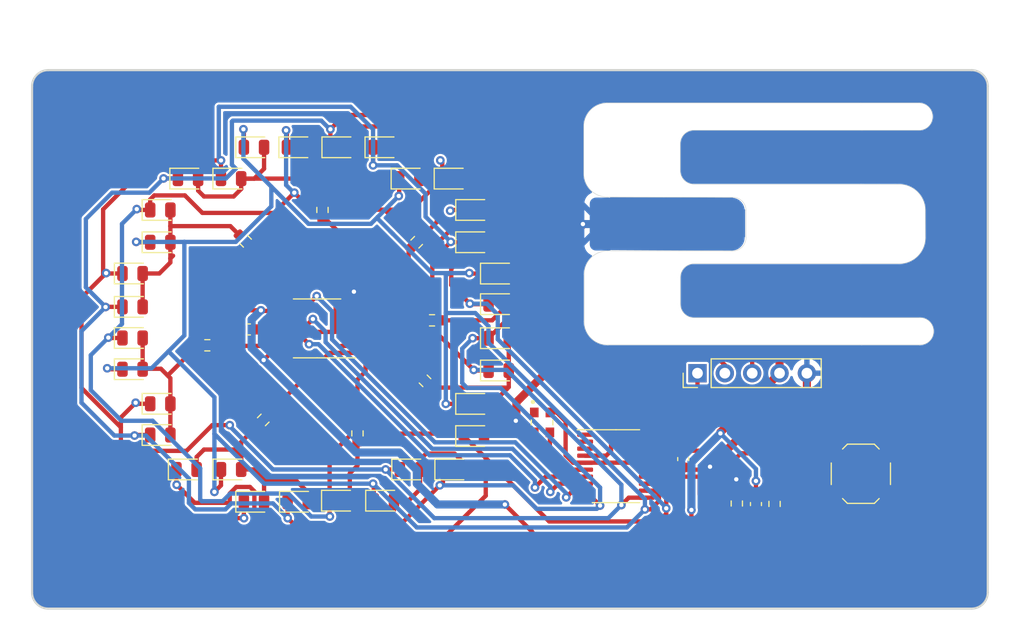
<source format=kicad_pcb>
(kicad_pcb (version 20221018) (generator pcbnew)
  (layers (0 "F.Cu" signal) (31 "B.Cu" signal) (34 "B.Paste" user) (35 "F.Paste" user) (36 "B.SilkS" user "B.Silkscreen") (37 "F.SilkS" user "F.Silkscreen") (38 "B.Mask" user) (39 "F.Mask" user) (44 "Edge.Cuts" user))
  (net 0 "")
  (net 1 "Row1")
  (net 2 "Row2")
  (net 3 "Row3")
  (net 4 "Row4")
  (net 8 "+3V0")
  (net 9 "GND")
  (net 10 "RESET")
  (net 11 "Col1")
  (net 12 "Col2")
  (net 13 "Col3")
  (net 14 "Col4")
  (net 15 "Col5")
  (net 16 "Col6")
  (net 17 "Col7")
  (net 18 "Col8")
  (net 19 "Net-(R10-Pad1)")
  (net 20 "BUTTON")
  (net 22 "Net-(D33-A)")
  (net 23 "SRCLK")
  (net 24 "RCLK")
  (net 25 "SER")
  (net 27 "SW_DIO")
  (net 28 "SW_CLK")
  (net 29 "CLK")
  (net 30 "Net-(D37-A)")
  (net 31 "Net-(D41-A)")
  (net 32 "Net-(D45-A)")
  (net 33 "Net-(D49-A)")
  (net 34 "Net-(D53-A)")
  (net 35 "Net-(D57-A)")
  (net 36 "Net-(D61-A)")
  (footprint "LED_SMD:LED_0805_2012Metric" (layer "F.Cu") (at 32.3314 37.6816)
    (fp_text reference "D34" hide)
    (fp_text value "L")
  )
  (footprint "Connector_PinHeader_2.54mm:PinHeader_1x05_P2.54mm_Vertical" (layer "F.Cu") (at 84.7963 46.9412 90)
    (fp_text reference "J2" hide)
    (fp_text value "Reprogram")
  )
  (footprint "LED_SMD:LED_0805_2012Metric" (layer "F.Cu") (at 66.3314 43.6916)
    (fp_text reference "D49" hide)
    (fp_text value "L")
  )
  (footprint "Resistor_SMD:R_0603_1608Metric" (layer "F.Cu") (at 88.4489 59.0438 90)
    (fp_text reference "R12" hide)
    (fp_text value "10kΩ")
  )
  (footprint "Colin New Footprints:active crystal oscillator" (layer "F.Cu") (at 70.3641 51.5132 -90)
    (fp_text reference "Y1" hide)
    (fp_text value "Active Crystal Oscillator")
  )
  (footprint "LED_SMD:LED_0805_2012Metric" (layer "F.Cu") (at 32.3314 46.5716)
    (fp_text reference "D63" hide)
    (fp_text value "L")
  )
  (footprint "Resistor_SMD:R_0603_1608Metric" (layer "F.Cu") (at 53.2189 52.5316 90)
    (fp_text reference "R7" hide)
    (fp_text value "100 Ω")
  )
  (footprint "LED_SMD:LED_0805_2012Metric" (layer "F.Cu") (at 64.0314 52.7816)
    (fp_text reference "D52" hide)
    (fp_text value "L")
  )
  (footprint "Capacitor_SMD:C_0603_1608Metric" (layer "F.Cu") (at 90.2269 59.0946 -90)
    (fp_text reference "C4" hide)
    (fp_text value "0.1uF")
  )
  (footprint "Package_SO:TSSOP-20_4.4x6.5mm_P0.65mm" (layer "F.Cu") (at 77.2221 55.5772)
    (fp_text reference "U1" hide)
    (fp_text value "STM32L010F4Px")
  )
  (footprint "Capacitor_SMD:C_0603_1608Metric" (layer "F.Cu") (at 43.1353 42.8772 180)
    (fp_text reference "C2" hide)
    (fp_text value "10uF")
  )
  (footprint "LED_SMD:LED_0805_2012Metric" (layer "F.Cu") (at 51.6064 25.9616)
    (fp_text reference "D41" hide)
    (fp_text value "L")
  )
  (footprint "LED_SMD:LED_0805_2012Metric" (layer "F.Cu") (at 66.3314 46.6916)
    (fp_text reference "D50" hide)
    (fp_text value "L")
  )
  (footprint "LED_SMD:LED_0805_2012Metric" (layer "F.Cu") (at 32.3314 43.6716)
    (fp_text reference "D64" hide)
    (fp_text value "L")
  )
  (footprint "LED_SMD:LED_0805_2012Metric" (layer "F.Cu") (at 37.3439 55.8816)
    (fp_text reference "D60" hide)
    (fp_text value "L")
  )
  (footprint "LED_SMD:LED_0805_2012Metric" (layer "F.Cu") (at 34.9064 49.7816)
    (fp_text reference "D62" hide)
    (fp_text value "L")
  )
  (footprint "LED_SMD:LED_0805_2012Metric" (layer "F.Cu") (at 51.5689 58.7816)
    (fp_text reference "D56" hide)
    (fp_text value "L")
  )
  (footprint "Resistor_SMD:R_0603_1608Metric" (layer "F.Cu") (at 44.4689 51.2816 45)
    (fp_text reference "R8" hide)
    (fp_text value "100 Ω")
  )
  (footprint "LED_SMD:LED_0805_2012Metric" (layer "F.Cu") (at 66.3314 40.5316)
    (fp_text reference "D48" hide)
    (fp_text value "L")
  )
  (footprint "Colin New Footprints:CR2025 Circuit Board Battery Holder" (layer "F.Cu") (at 99.9689 24.3816)
    (fp_text reference "J1" hide)
    (fp_text value "Battery")
    (fp_line (start -25.734993 4.009437) (end -25.735 -0.355663) (stroke (width 0.05)) (layer "Edge.Cuts"))
    (fp_line (start -25.705393 17.750837) (end -25.7054 13.385737) (stroke (width 0.05)) (layer "Edge.Cuts"))
    (fp_line (start -23.55 -2.54) (end 0 -2.54) (stroke (width 0.05)) (layer "Edge.Cuts"))
    (fp_line (start -23.55 6.2) (end -11.938 6.223) (stroke (width 0.05)) (layer "Edge.Cuts"))
    (fp_line (start -23.5 11.2) (end -23.5204 11.2014) (stroke (width 0.05)) (layer "Edge.Cuts"))
    (fp_line (start -23.5 11.2) (end -11.938 11.217588) (stroke (width 0.05)) (layer "Edge.Cuts"))
    (fp_line (start -23.4696 19.939) (end -23.5204 19.9414) (stroke (width 0.05)) (layer "Edge.Cuts"))
    (fp_line (start -16.762951 3.749995) (end -16.762951 1.249995) (stroke (width 0.05)) (layer "Edge.Cuts"))
    (fp_line (start -16.749999 16.15) (end -16.749999 13.65) (stroke (width 0.05)) (layer "Edge.Cuts"))
    (fp_line (start -15.512951 -0.000005) (end 0.2 -0.000002) (stroke (width 0.05)) (layer "Edge.Cuts"))
    (fp_line (start -15.5 12.399997) (end 0 12.4) (stroke (width 0.05)) (layer "Edge.Cuts"))
    (fp_line (start -10.668 7.45) (end -10.668 9.95) (stroke (width 0.05)) (layer "Edge.Cuts"))
    (fp_line (start -0.050005 17.4) (end -15.5 17.400003) (stroke (width 0.05)) (layer "Edge.Cuts"))
    (fp_line (start 0 -2.54) (end 5.4 -2.54) (stroke (width 0.05)) (layer "Edge.Cuts"))
    (fp_line (start 0 4.999998) (end -15.512951 5.000001) (stroke (width 0.05)) (layer "Edge.Cuts"))
    (fp_line (start 0 5) (end 3.542588 5.007412) (stroke (width 0.05)) (layer "Edge.Cuts"))
    (fp_line (start 0 12.4) (end 3.55 12.4) (stroke (width 0.05)) (layer "Edge.Cuts"))
    (fp_line (start 0.0762 19.939) (end 5.4762 19.939001) (stroke (width 0.05)) (layer "Edge.Cuts"))
    (fp_line (start 0.0804 19.939) (end -23.4696 19.939) (stroke (width 0.05)) (layer "Edge.Cuts"))
    (fp_line (start 5.4 0) (end 0 0) (stroke (width 0.05)) (layer "Edge.Cuts"))
    (fp_line (start 5.45 17.4) (end -0.050005 17.4) (stroke (width 0.05)) (layer "Edge.Cuts"))
    (fp_line (start 5.4864 17.399) (end 5.45 17.4) (stroke (width 0.05)) (layer "Edge.Cuts"))
    (fp_line (start 5.4974 19.937048) (end 5.4762 19.939001) (stroke (width 0.05)) (layer "Edge.Cuts"))
    (fp_line (start 5.992588 7.457412) (end 6 9.95) (stroke (width 0.05)) (layer "Edge.Cuts"))
    (fp_arc (start -25.735 -0.355663) (mid -25.094794 -1.900263) (end -23.55 -2.54) (stroke (width 0.05)) (layer "Edge.Cuts"))
    (fp_arc (start -25.7054 13.385737) (mid -25.065194 11.841137) (end -23.5204 11.2014) (stroke (width 0.05)) (layer "Edge.Cuts"))
    (fp_arc (start -23.55 6.2) (mid -25.096994 5.55806) (end -25.734993 4.009437) (stroke (width 0.05)) (layer "Edge.Cuts"))
    (fp_arc (start -23.5204 19.9414) (mid -25.067394 19.29946) (end -25.705393 17.750837) (stroke (width 0.05)) (layer "Edge.Cuts"))
    (fp_arc (start -16.762951 1.249995) (mid -16.396834 0.366112) (end -15.512951 -0.000005) (stroke (width 0.05)) (layer "Edge.Cuts"))
    (fp_arc (start -16.750002 13.649997) (mid -16.383885 12.766114) (end -15.500002 12.399997) (stroke (width 0.05)) (layer "Edge.Cuts"))
    (fp_arc (start -15.512951 5.000001) (mid -16.396834 4.633884) (end -16.762951 3.750001) (stroke (width 0.05)) (layer "Edge.Cuts"))
    (fp_arc (start -15.500002 17.400003) (mid -16.383885 17.033886) (end -16.750002 16.150003) (stroke (width 0.05)) (layer "Edge.Cuts"))
    (fp_arc (start -11.915163 6.223) (mid -11.034527 6.575222) (end -10.668 7.45) (stroke (width 0.05)) (layer "Edge.Cuts"))
    (fp_arc (start -10.668 9.95) (mid -11.046414 10.853474) (end -11.955745 11.217587) (stroke (width 0.05)) (layer "Edge.Cuts"))
    (fp_arc (start 3.542588 5.007412) (mid 5.275 5.725) (end 5.992588 7.457412) (stroke (width 0.05)) (layer "Edge.Cuts"))
    (fp_arc (start 5.4 -2.54) (mid 6.67 -1.27) (end 5.4 0) (stroke (width 0.05)) (layer "Edge.Cuts"))
    (fp_arc (start 5.4864 17.399) (mid 6.766436 18.6625) (end 5.4974 19.937048) (stroke (width 0.05)) (layer "Edge.Cuts"))
    (fp_arc (start 6 9.95) (mid 5.282412 11.682412) (end 3.55 12.4) (stroke (width 0.05)) (layer "Edge.Cuts"))
  )
  (footprint "LED_SMD:LED_0805_2012Metric" (layer "F.Cu") (at 34.9064 31.7816)
    (fp_text reference "D36" hide)
    (fp_text value "L")
  )
  (footprint "LED_SMD:LED_0805_2012Metric" (layer "F.Cu") (at 34.9064 52.6816)
    (fp_text reference "D61" hide)
    (fp_text value "L")
  )
  (footprint "Resistor_SMD:R_0603_1608Metric" (layer "F.Cu") (at 58.7189 34.7816 -135)
    (fp_text reference "R4" hide)
    (fp_text value "100 Ω")
  )
  (footprint "LED_SMD:LED_0805_2012Metric" (layer "F.Cu") (at 55.6064 25.9616)
    (fp_text reference "D42" hide)
    (fp_text value "L")
  )
  (footprint "Resistor_SMD:R_0603_1608Metric" (layer "F.Cu") (at 91.9541 59.0824 90)
    (fp_text reference "R10" hide)
    (fp_text value "1kΩ")
  )
  (footprint "Package_SO:TSSOP-16_4.4x5mm_P0.65mm" (layer "F.Cu") (at 49.4689 42.7816 180)
    (fp_text reference "U3" hide)
    (fp_text value "74HC595")
  )
  (footprint "LED_SMD:LED_0805_2012Metric" (layer "F.Cu") (at 47.6689 58.8816)
    (fp_text reference "D57" hide)
    (fp_text value "L")
  )
  (footprint "Button_Switch_SMD:SW_SPST_TL3342" (layer "F.Cu") (at 99.9689 56.2816)
    (fp_text reference "SW1" hide)
    (fp_text value "SMD Push Button")
  )
  (footprint "Resistor_SMD:R_0603_1608Metric" (layer "F.Cu") (at 60.1439 42.0316 180)
    (fp_text reference "R5" hide)
    (fp_text value "100 Ω")
  )
  (footprint "LED_SMD:LED_0805_2012Metric" (layer "F.Cu") (at 37.4814 28.8716)
    (fp_text reference "D37" hide)
    (fp_text value "L")
  )
  (footprint "LED_SMD:LED_0805_2012Metric" (layer "F.Cu") (at 58.0939 55.8816)
    (fp_text reference "D54" hide)
    (fp_text value "L")
  )
  (footprint "LED_SMD:LED_0805_2012Metric" (layer "F.Cu") (at 55.6689 58.7816)
    (fp_text reference "D55" hide)
    (fp_text value "L")
  )
  (footprint "LED_SMD:LED_0805_2012Metric" (layer "F.Cu") (at 64.0314 31.7816)
    (fp_text reference "D45" hide)
    (fp_text value "L")
  )
  (footprint "LED_SMD:LED_0805_2012Metric" (layer "F.Cu") (at 41.4814 55.8816)
    (fp_text reference "D59" hide)
    (fp_text value "L")
  )
  (footprint "Capacitor_SMD:C_0603_1608Metric" (layer "F.Cu") (at 83.4705 54.9168 -90)
    (fp_text reference "C1" hide)
    (fp_text value "10uF")
  )
  (footprint "Resistor_SMD:R_0603_1608Metric" (layer "F.Cu") (at 49.9689 31.7816 -90)
    (fp_text reference "R3" hide)
    (fp_text value "100 Ω")
  )
  (footprint "LED_SMD:LED_0805_2012Metric" (layer "F.Cu") (at 34.9064 34.7816)
    (fp_text reference "D35" hide)
    (fp_text value "L")
  )
  (footprint "LED_SMD:LED_0805_2012Metric" (layer "F.Cu") (at 32.3314 40.7816)
    (fp_text reference "D33" hide)
    (fp_text value "L")
  )
  (footprint "LED_SMD:LED_0805_2012Metric" (layer "F.Cu") (at 47.6064 25.9616)
    (fp_text reference "D40" hide)
    (fp_text value "L")
  )
  (footprint "LED_SMD:LED_0805_2012Metric" (layer "F.Cu") (at 66.3314 37.6916)
    (fp_text reference "D47" hide)
    (fp_text value "L")
  )
  (footprint "LED_SMD:LED_0805_2012Metric" (layer "F.Cu") (at 62.0314 28.8716)
    (fp_text reference "D44" hide)
    (fp_text value "L")
  )
  (footprint "LED_SMD:LED_0805_2012Metric" (layer "F.Cu") (at 64.0314 34.7816)
    (fp_text reference "D46" hide)
    (fp_text value "L")
  )
  (footprint "LED_SMD:LED_0805_2012Metric" (layer "F.Cu") (at 41.4814 28.8716)
    (fp_text reference "D38" hide)
    (fp_text value "L")
  )
  (footprint "Resistor_SMD:R_0603_1608Metric" (layer "F.Cu") (at 39.2745 44.3504)
    (fp_text reference "R9" hide)
    (fp_text value "100 Ω")
  )
  (footprint "LED_SMD:LED_0805_2012Metric" (layer "F.Cu") (at 58.0314 28.8716)
    (fp_text reference "D43" hide)
    (fp_text value "L")
  )
  (footprint "Resistor_SMD:R_0603_1608Metric" (layer "F.Cu") (at 42.8305 34.6984 -45)
    (fp_text reference "R2" hide)
    (fp_text value "100 Ω")
  )
  (footprint "LED_SMD:LED_0805_2012Metric" (layer "F.Cu") (at 43.6064 58.8816)
    (fp_text reference "D58" hide)
    (fp_text value "L")
  )
  (footprint "LED_SMD:LED_0805_2012Metric" (layer "F.Cu") (at 64.0314 49.7916)
    (fp_text reference "D51" hide)
    (fp_text value "L")
  )
  (footprint "Resistor_SMD:R_0603_1608Metric" (layer "F.Cu") (at 59.4929 47.6524 135)
    (fp_text reference "R6" hide)
    (fp_text value "100 Ω")
  )
  (footprint "LED_SMD:LED_0805_2012Metric" (layer "F.Cu") (at 62.0939 55.8816)
    (fp_text reference "D53" hide)
    (fp_text value "L")
  )
  (footprint "LED_SMD:LED_0805_2012Metric" (layer "F.Cu") (at 43.6064 25.9616)
    (fp_text reference "D39" hide)
    (fp_text value "L")
  )
  (gr_arc (start 23 20.3) (mid 23.43934 19.23934) (end 24.5 18.8) (stroke (width 0.2)) (layer "Edge.Cuts"))
  (gr_line (start 111.75 20.3) (end 111.75 67.3) (stroke (width 0.2)) (layer "Edge.Cuts"))
  (gr_line (start 24.5 18.8) (end 110.25 18.8) (stroke (width 0.2)) (layer "Edge.Cuts"))
  (gr_line (start 23 20.3) (end 23 67.3) (stroke (width 0.2)) (layer "Edge.Cuts"))
  (gr_arc (start 24.5 68.8) (mid 23.43934 68.36066) (end 23 67.3) (stroke (width 0.2)) (layer "Edge.Cuts"))
  (gr_arc (start 111.75 67.3) (mid 111.31066 68.36066) (end 110.25 68.8) (stroke (width 0.2)) (layer "Edge.Cuts"))
  (gr_line (start 110.25 68.8) (end 24.5 68.8) (stroke (width 0.2)) (layer "Edge.Cuts"))
  (gr_arc (start 110.25 18.8) (mid 111.31066 19.23934) (end 111.75 20.3) (stroke (width 0.2)) (layer "Edge.Cuts"))
  (segment (start 67.0621 30.8884) (end 65.7413 29.5676) (width 0.4) (layer "F.Cu") (net 1))
  (segment (start 50.7045 24.2844) (end 52.0253 22.9636) (width 0.4) (layer "F.Cu") (net 1))
  (segment (start 52.0253 22.9636) (end 60.2041 22.9636) (width 0.4) (layer "F.Cu") (net 1))
  (segment (start 68.7893 41.4548) (end 68.7893 36.2224) (width 0.4) (layer "F.Cu") (net 1))
  (segment (start 61.1564 55.8816) (end 61.1564 57.0633) (width 0.4) (layer "F.Cu") (net 1))
  (segment (start 57.1561 61.1316) (end 57.1561 61.0636) (width 0.4) (layer "F.Cu") (net 1))
  (segment (start 63.9141 43.6916) (end 63.9125 43.69) (width 0.4) (layer "F.Cu") (net 1))
  (segment (start 65.3939 43.6916) (end 63.9141 43.6916) (width 0.4) (layer "F.Cu") (net 1))
  (segment (start 31.3939 40.7816) (end 29.8385 40.7816) (width 0.4) (layer "F.Cu") (net 1))
  (segment (start 67.0621 34.4952) (end 67.0621 30.8884) (width 0.4) (layer "F.Cu") (net 1))
  (segment (start 65.7413 29.5676) (end 64.4205 29.5676) (width 0.4) (layer "F.Cu") (net 1))
  (segment (start 57.1561 61.0636) (end 60.8645 57.3552) (width 0.4) (layer "F.Cu") (net 1))
  (segment (start 47.4705 61.1316) (end 46.7421 60.4032) (width 0.4) (layer "F.Cu") (net 1))
  (segment (start 63.0939 31.7816) (end 61.9017 31.7816) (width 0.4) (layer "F.Cu") (net 1))
  (segment (start 60.2041 22.9636) (end 64.4205 27.18) (width 0.4) (layer "F.Cu") (net 1))
  (segment (start 64.4205 29.974) (end 63.0939 31.3006) (width 0.4) (layer "F.Cu") (net 1))
  (segment (start 65.3939 43.6916) (end 65.3939 43.6818) (width 0.4) (layer "F.Cu") (net 1))
  (segment (start 61.9017 31.7816) (end 61.8297 31.8536) (width 0.4) (layer "F.Cu") (net 1))
  (segment (start 33.9689 52.6816) (end 32.5689 52.6816) (width 0.4) (layer "F.Cu") (net 1))
  (segment (start 63.0939 31.3006) (end 63.0939 31.7816) (width 0.4) (layer "F.Cu") (net 1))
  (segment (start 35.2105 28.8564) (end 36.5287 28.8564) (width 0.4) (layer "F.Cu") (net 1))
  (segment (start 68.7893 36.2224) (end 67.0621 34.4952) (width 0.4) (layer "F.Cu") (net 1))
  (segment (start 64.4205 29.5676) (end 64.4205 29.974) (width 0.4) (layer "F.Cu") (net 1))
  (segment (start 64.4205 27.18) (end 64.4205 29.5676) (width 0.4) (layer "F.Cu") (net 1))
  (segment (start 46.7314 58.8816) (end 46.7314 60.3925) (width 0.4) (layer "F.Cu") (net 1))
  (segment (start 75.0163 58.5022) (end 75.7489 59.2348) (width 0.4) (layer "F.Cu") (net 1))
  (segment (start 29.8385 40.7816) (end 29.8257 40.7944) (width 0.4) (layer "F.Cu") (net 1))
  (segment (start 32.5689 52.6816) (end 32.5181 52.7324) (width 0.4) (layer "F.Cu") (net 1))
  (segment (start 50.7045 25.926) (end 50.6689 25.9616) (width 0.4) (layer "F.Cu") (net 1))
  (segment (start 65.3939 43.6818) (end 66.9097 42.166) (width 0.4) (layer "F.Cu") (net 1))
  (segment (start 57.1561 61.1316) (end 47.4705 61.1316) (width 0.4) (layer "F.Cu") (net 1))
  (segment (start 68.0781 42.166) (end 68.7893 41.4548) (width 0.4) (layer "F.Cu") (net 1))
  (segment (start 66.9097 42.166) (end 68.0781 42.166) (width 0.4) (layer "F.Cu") (net 1))
  (segment (start 61.1564 57.0633) (end 60.8645 57.3552) (width 0.4) (layer "F.Cu") (net 1))
  (segment (start 36.5287 28.8564) (end 36.5439 28.8716) (width 0.4) (layer "F.Cu") (net 1))
  (segment (start 46.7314 60.3925) (end 46.7421 60.4032) (width 0.4) (layer "F.Cu") (net 1))
  (segment (start 75.7489 59.2348) (end 75.6473 59.1332) (width 0.4) (layer "F.Cu") (net 1))
  (segment (start 50.7045 24.2844) (end 50.7045 25.926) (width 0.4) (layer "F.Cu") (net 1))
  (segment (start 74.3596 58.5022) (end 75.0163 58.5022) (width 0.4) (layer "F.Cu") (net 1))
  (via (at 75.7489 59.2348) (size 0.8) (drill 0.4) (layers "F.Cu" "B.Cu") (net 1))
  (via (at 29.8257 40.7944) (size 0.8) (drill 0.4) (layers "F.Cu" "B.Cu") (net 1))
  (via (at 63.9125 43.69) (size 0.8) (drill 0.4) (layers "F.Cu" "B.Cu") (net 1))
  (via (at 60.8645 57.3552) (size 0.8) (drill 0.4) (layers "F.Cu" "B.Cu") (net 1))
  (via (at 46.7421 60.4032) (size 0.8) (drill 0.4) (layers "F.Cu" "B.Cu") (net 1))
  (via (at 61.8297 31.8536) (size 0.8) (drill 0.4) (layers "F.Cu" "B.Cu") (net 1))
  (via (at 32.5181 52.7324) (size 0.8) (drill 0.4) (layers "F.Cu" "B.Cu") (net 1))
  (via (at 35.2105 28.8564) (size 0.8) (drill 0.4) (layers "F.Cu" "B.Cu") (net 1))
  (via (at 50.7045 24.2844) (size 0.8) (drill 0.4) (layers "F.Cu" "B.Cu") (net 1))
  (segment (start 60.8645 57.3552) (end 67.6717 57.3552) (width 0.4) (layer "B.Cu") (net 1))
  (segment (start 75.7489 57.5584) (end 66.5033 48.3128) (width 0.4) (layer "B.Cu") (net 1))
  (segment (start 37.565815 56.727085) (end 33.571129 52.7324) (width 0.4) (layer "B.Cu") (net 1))
  (segment (start 27.5905 49.6844) (end 27.5905 43.0296) (width 0.4) (layer "B.Cu") (net 1))
  (segment (start 66.5033 48.3128) (end 63.4045 48.3128) (width 0.4) (layer "B.Cu") (net 1))
  (segment (start 41.5605 27.5864) (end 41.5605 23.5732) (width 0.4) (layer "B.Cu") (net 1))
  (segment (start 46.7421 60.4032) (end 45.3705 59.0316) (width 0.4) (layer "B.Cu") (net 1))
  (segment (start 27.9969 32.6156) (end 27.9969 38.9656) (width 0.4) (layer "B.Cu") (net 1))
  (segment (start 45.3705 59.0316) (end 41.5097 59.0316) (width 0.4) (layer "B.Cu") (net 1))
  (segment (start 27.9969 38.9656) (end 29.8257 40.7944) (width 0.4) (layer "B.Cu") (net 1))
  (segment (start 49.8537 23.4844) (end 50.6537 24.2844) (width 0.4) (layer "B.Cu") (net 1))
  (segment (start 62.9473 44.6552) (end 63.9125 43.69) (width 0.4) (layer "B.Cu") (net 1))
  (segment (start 41.5605 23.5732) (end 41.6493 23.4844) (width 0.4) (layer "B.Cu") (net 1))
  (segment (start 75.7489 59.2348) (end 75.7489 57.5584) (width 0.4) (layer "B.Cu") (net 1))
  (segment (start 33.571129 52.7324) (end 32.5181 52.7324) (width 0.4) (layer "B.Cu") (net 1))
  (segment (start 75.4441 59.5396) (end 75.7489 59.2348) (width 0.4) (layer "B.Cu") (net 1))
  (segment (start 37.565815 58.999315) (end 37.565815 56.727085) (width 0.4) (layer "B.Cu") (net 1))
  (segment (start 41.9161 27.942) (end 41.5605 27.5864) (width 0.4) (layer "B.Cu") (net 1))
  (segment (start 30.6385 52.7324) (end 27.5905 49.6844) (width 0.4) (layer "B.Cu") (net 1))
  (segment (start 41.6493 23.4844) (end 49.8537 23.4844) (width 0.4) (layer "B.Cu") (net 1))
  (segment (start 50.6537 24.2844) (end 50.7045 24.2844) (width 0.4) (layer "B.Cu") (net 1))
  (segment (start 69.8561 59.5396) (end 75.4441 59.5396) (width 0.4) (layer "B.Cu") (net 1))
  (segment (start 67.6717 57.3552) (end 69.8561 59.5396) (width 0.4) (layer "B.Cu") (net 1))
  (segment (start 41.5097 59.0316) (end 40.9509 59.5904) (width 0.4) (layer "B.Cu") (net 1))
  (segment (start 63.4045 48.3128) (end 62.9473 47.8556) (width 0.4) (layer "B.Cu") (net 1))
  (segment (start 27.5905 43.0296) (end 29.8257 40.7944) (width 0.4) (layer "B.Cu") (net 1))
  (segment (start 35.2105 28.8564) (end 41.0017 28.8564) (width 0.4) (layer "B.Cu") (net 1))
  (segment (start 41.0017 28.8564) (end 41.9161 27.942) (width 0.4) (layer "B.Cu") (net 1))
  (segment (start 38.1569 59.5904) (end 37.565815 58.999315) (width 0.4) (layer "B.Cu") (net 1))
  (segment (start 30.4353 30.1772) (end 27.9969 32.6156) (width 0.4) (layer "B.Cu") (net 1))
  (segment (start 62.9473 47.8556) (end 62.9473 44.6552) (width 0.4) (layer "B.Cu") (net 1))
  (segment (start 32.5181 52.7324) (end 30.6385 52.7324) (width 0.4) (layer "B.Cu") (net 1))
  (segment (start 35.2105 28.8564) (end 33.8897 30.1772) (width 0.4) (layer "B.Cu") (net 1))
  (segment (start 40.9509 59.5904) (end 38.1569 59.5904) (width 0.4) (layer "B.Cu") (net 1))
  (segment (start 33.8897 30.1772) (end 30.4353 30.1772) (width 0.4) (layer "B.Cu") (net 1))
  (segment (start 27.5905 48.3128) (end 31.2481 51.9704) (width 0.4) (layer "F.Cu") (net 2))
  (segment (start 29.5971 31.7266) (end 34.1437 27.18) (width 0.4) (layer "F.Cu") (net 2))
  (segment (start 37.3441 54.1548) (end 34.3469 54.1548) (width 0.4) (layer "F.Cu") (net 2))
  (segment (start 31.2481 51.9704) (end 31.2481 51.056) (width 0.4) (layer "F.Cu") (net 2))
  (segment (start 61.9129 34.7816) (end 61.8805 34.7492) (width 0.4) (layer "F.Cu") (net 2))
  (segment (start 36.9885 60.4032) (end 34.3469 57.7616) (width 0.4) (layer "F.Cu") (net 2))
  (segment (start 64.0693 46.6916) (end 64.0141 46.6364) (width 0.4) (layer "F.Cu") (net 2))
  (segment (start 39.7317 51.7672) (end 37.3441 54.1548) (width 0.4) (layer "F.Cu") (net 2))
  (segment (start 34.3469 54.1548) (end 31.8069 54.1548) (width 0.4) (layer "F.Cu") (net 2))
  (segment (start 78.4119 58.5022) (end 77.7301 59.184) (width 0.4) (layer "F.Cu") (net 2))
  (segment (start 60.1689 42.7912) (end 60.1689 36.4608) (width 0.4) (layer "F.Cu") (net 2))
  (segment (start 32.7169 49.7816) (end 32.6197 49.6844) (width 0.4) (layer "F.Cu") (net 2))
  (segment (start 27.5905 39.9308) (end 27.5905 48.3128) (width 0.4) (layer "F.Cu") (net 2))
  (segment (start 41.3573 51.7672) (end 39.7317 51.7672) (width 0.4) (layer "F.Cu") (net 2))
  (segment (start 40.5439 28.8716) (end 40.5439 27.1806) (width 0.4) (layer "F.Cu") (net 2))
  (segment (start 55.8357 55.8816) (end 55.8353 55.882) (width 0.4) (layer "F.Cu") (net 2))
  (segment (start 34.3469 57.7616) (end 34.3469 54.1548) (width 0.4) (layer "F.Cu") (net 2))
  (segment (start 54.6689 27.6352) (end 54.6669 27.6372) (width 0.4) (layer "F.Cu") (net 2))
  (segment (start 57.1564 55.8816) (end 55.8357 55.8816) (width 0.4) (layer "F.Cu") (net 2))
  (segment (start 40.5439 27.1806) (end 40.5445 27.18) (width 0.4) (layer "F.Cu") (net 2))
  (segment (start 29.9133 37.6816) (end 29.8765 37.6448) (width 0.4) (layer "F.Cu") (net 2))
  (segment (start 29.5971 37.9242) (end 29.5971 31.7266) (width 0.4) (layer "F.Cu") (net 2))
  (segment (start 31.3939 37.6816) (end 29.9133 37.6816) (width 0.4) (layer "F.Cu") (net 2))
  (segment (start 31.2481 51.056) (end 32.6197 49.6844) (width 0.4) (layer "F.Cu") (net 2))
  (segment (start 60.1689 36.4608) (end 61.8805 34.7492) (width 0.4) (layer "F.Cu") (net 2))
  (segment (start 33.9689 49.7816) (end 32.7169 49.7816) (width 0.4) (layer "F.Cu") (net 2))
  (segment (start 65.3939 46.6916) (end 64.0693 46.6916) (width 0.4) (layer "F.Cu") (net 2))
  (segment (start 29.5971 37.9242) (end 27.5905 39.9308) (width 0.4) (layer "F.Cu") (net 2))
  (segment (start 34.1437 27.18) (end 40.5445 27.18) (width 0.4) (layer "F.Cu") (net 2))
  (segment (start 64.0141 46.6364) (end 60.1689 42.7912) (width 0.4) (layer "F.Cu") (net 2))
  (segment (start 31.2481 53.596) (end 31.2481 51.9704) (width 0.4) (layer "F.Cu") (net 2))
  (segment (start 63.0939 34.7816) (end 61.9129 34.7816) (width 0.4) (layer "F.Cu") (net 2))
  (segment (start 42.6689 60.394) (end 42.6781 60.4032) (width 0.4) (layer "F.Cu") (net 2))
  (segment (start 80.0846 58.5022) (end 78.4119 58.5022) (width 0.4) (layer "F.Cu") (net 2))
  (segment (start 42.6689 58.8816) (end 42.6689 60.394) (width 0.4) (layer "F.Cu") (net 2))
  (segment (start 54.6689 25.9616) (end 54.6689 27.6352) (width 0.4) (layer "F.Cu") (net 2))
  (segment (start 31.8069 54.1548) (end 31.2481 53.596) (width 0.4) (layer "F.Cu") (net 2))
  (segment (start 42.6781 60.4032) (end 36.9885 60.4032) (width 0.4) (layer "F.Cu") (net 2))
  (segment (start 29.8765 37.6448) (end 29.5971 37.9242) (width 0.4) (layer "F.Cu") (net 2))
  (via (at 54.6669 27.6372) (size 0.8) (drill 0.4) (layers "F.Cu" "B.Cu") (net 2))
  (via (at 41.3573 51.7672) (size 0.8) (drill 0.4) (layers "F.Cu" "B.Cu") (net 2))
  (via (at 64.0141 46.6364) (size 0.8) (drill 0.4) (layers "F.Cu" "B.Cu") (net 2))
  (via (at 32.6197 49.6844) (size 0.8) (drill 0.4) (layers "F.Cu" "B.Cu") (net 2))
  (via (at 55.8353 55.882) (size 0.8) (drill 0.4) (layers "F.Cu" "B.Cu") (net 2))
  (via (at 61.8805 34.7492) (size 0.8) (drill 0.4) (layers "F.Cu" "B.Cu") (net 2))
  (via (at 42.6781 60.4032) (size 0.8) (drill 0.4) (layers "F.Cu" "B.Cu") (net 2))
  (via (at 29.8765 37.6448) (size 0.8) (drill 0.4) (layers "F.Cu" "B.Cu") (net 2))
  (via (at 40.5445 27.18) (size 0.8) (drill 0.4) (layers "F.Cu" "B.Cu") (net 2))
  (via (at 77.7301 59.184) (size 0.8) (drill 0.4) (layers "F.Cu" "B.Cu") (net 2))
  (segment (start 54.6669 27.6372) (end 54.6669 24.2844) (width 0.4) (layer "B.Cu") (net 2))
  (segment (start 41.3573 51.7672) (end 41.2557 51.7672) (width 0.4) (layer "B.Cu") (net 2))
  (segment (start 67.0621 46.6364) (end 64.0141 46.6364) (width 0.4) (layer "B.Cu") (net 2))
  (segment (start 77.7301 57.3044) (end 67.0621 46.6364) (width 0.4) (layer "B.Cu") (net 2))
  (segment (start 77.7301 59.184) (end 77.7301 57.3044) (width 0.4) (layer "B.Cu") (net 2))
  (segment (start 41.2557 51.7672) (end 41.3065 51.818) (width 0.4) (layer "B.Cu") (net 2))
  (segment (start 76.5109 60.4032) (end 60.3565 60.4032) (width 0.4) (layer "B.Cu") (net 2))
  (segment (start 55.8353 55.882) (end 45.3705 55.882) (width 0.4) (layer "B.Cu") (net 2))
  (segment (start 40.3413 22.2016) (end 40.3413 26.9768) (width 0.4) (layer "B.Cu") (net 2))
  (segment (start 54.6669 27.6372) (end 56.9021 27.6372) (width 0.4) (layer "B.Cu") (net 2))
  (segment (start 59.5437 30.2788) (end 59.5437 32.4124) (width 0.4) (layer "B.Cu") (net 2))
  (segment (start 40.3413 26.9768) (end 40.5445 27.18) (width 0.4) (layer "B.Cu") (net 2))
  (segment (start 52.5841 22.2016) (end 40.3413 22.2016) (width 0.4) (layer "B.Cu") (net 2))
  (segment (start 45.3705 55.882) (end 41.3573 51.8688) (width 0.4) (layer "B.Cu") (net 2))
  (segment (start 41.3573 51.8688) (end 41.3573 51.7672) (width 0.4) (layer "B.Cu") (net 2))
  (segment (start 59.5437 32.4124) (end 61.8805 34.7492) (width 0.4) (layer "B.Cu") (net 2))
  (segment (start 77.7301 59.184) (end 76.5109 60.4032) (width 0.4) (layer "B.Cu") (net 2))
  (segment (start 56.9021 27.6372) (end 59.5437 30.2788) (width 0.4) (layer "B.Cu") (net 2))
  (segment (start 54.6669 24.2844) (end 52.5841 22.2016) (width 0.4) (layer "B.Cu") (net 2))
  (segment (start 60.3565 60.4032) (end 55.8353 55.882) (width 0.4) (layer "B.Cu") (net 2))
  (segment (start 63.0939 49.7916) (end 61.4289 49.7916) (width 0.4) (layer "F.Cu") (net 3))
  (segment (start 32.7029 34.7816) (end 32.6705 34.7492) (width 0.4) (layer "F.Cu") (net 3))
  (segment (start 65.3939 37.6916) (end 63.6545 37.6916) (width 0.4) (layer "F.Cu") (net 3))
  (segment (start 54.7314 58.7816) (end 54.7314 57.2673) (width 0.4) (layer "F.Cu") (net 3))
  (segment (start 54.7314 57.2673) (end 54.6669 57.2028) (width 0.4) (layer "F.Cu") (net 3))
  (segment (start 40.5439 55.8816) (end 40.5439 57.3558) (width 0.4) (layer "F.Cu") (net 3))
  (segment (start 42.6689 24.326) (end 42.6273 24.2844) (width 0.4) (layer "F.Cu") (net 3))
  (segment (start 30.0657 46.5716) (end 29.9781 46.484) (width 0.4) (layer "F.Cu") (net 3))
  (segment (start 57.0939 30.4426) (end 57.0545 30.482) (width 0.4) (layer "F.Cu") (net 3))
  (segment (start 81.2221 58.195093) (end 80.879207 57.8522) (width 0.4) (layer "F.Cu") (net 3))
  (segment (start 80.879207 57.8522) (end 80.0846 57.8522) (width 0.4) (layer "F.Cu") (net 3))
  (segment (start 63.6545 37.6916) (end 63.6077 37.6448) (width 0.4) (layer "F.Cu") (net 3))
  (segment (start 57.0939 28.8716) (end 57.0939 30.4426) (width 0.4) (layer "F.Cu") (net 3))
  (segment (start 81.2221 58.809307) (end 81.2221 58.195093) (width 0.4) (layer "F.Cu") (net 3))
  (segment (start 33.9689 34.7816) (end 32.7029 34.7816) (width 0.4) (layer "F.Cu") (net 3))
  (segment (start 31.3939 46.5716) (end 30.0657 46.5716) (width 0.4) (layer "F.Cu") (net 3))
  (segment (start 42.6689 25.9616) (end 42.6689 24.326) (width 0.4) (layer "F.Cu") (net 3))
  (segment (start 80.441007 59.5904) (end 81.2221 58.809307) (width 0.4) (layer "F.Cu") (net 3))
  (segment (start 40.5439 57.3558) (end 39.9349 57.9648) (width 0.4) (layer "F.Cu") (net 3))
  (segment (start 61.4289 49.7916) (end 61.4233 49.786) (width 0.4) (layer "F.Cu") (net 3))
  (segment (start 79.9145 59.5904) (end 80.441007 59.5904) (width 0.4) (layer "F.Cu") (net 3))
  (via (at 61.4233 49.786) (size 0.8) (drill 0.4) (layers "F.Cu" "B.Cu") (net 3))
  (via (at 32.6705 34.7492) (size 0.8) (drill 0.4) (layers "F.Cu" "B.Cu") (net 3))
  (via (at 57.0545 30.482) (size 0.8) (drill 0.4) (layers "F.Cu" "B.Cu") (net 3))
  (via (at 39.9349 57.9648) (size 0.8) (drill 0.4) (layers "F.Cu" "B.Cu") (net 3))
  (via (at 54.6669 57.2028) (size 0.8) (drill 0.4) (layers "F.Cu" "B.Cu") (net 3))
  (via (at 42.6273 24.2844) (size 0.8) (drill 0.4) (layers "F.Cu" "B.Cu") (net 3))
  (via (at 79.9145 59.5904) (size 0.8) (drill 0.4) (layers "F.Cu" "B.Cu") (net 3))
  (via (at 63.6077 37.6448) (size 0.8) (drill 0.4) (layers "F.Cu" "B.Cu") (net 3))
  (via (at 29.9781 46.484) (size 0.8) (drill 0.4) (layers "F.Cu" "B.Cu") (net 3))
  (segment (start 63.6077 37.6448) (end 61.6773 37.6448) (width 0.4) (layer "B.Cu") (net 3))
  (segment (start 79.9145 59.5904) (end 78.2381 61.2668) (width 0.4) (layer "B.Cu") (net 3))
  (segment (start 61.4233 41.3532) (end 61.4233 37.8988) (width 0.4) (layer "B.Cu") (net 3))
  (segment (start 39.9349 49.1764) (end 35.6677 44.9092) (width 0.4) (layer "B.Cu") (net 3))
  (segment (start 56.5211 34.0126) (end 55.0987 32.5902) (width 0.4) (layer "B.Cu") (net 3))
  (segment (start 61.6773 37.6448) (end 60.1533 37.6448) (width 0.4) (layer "B.Cu") (net 3))
  (segment (start 61.4233 37.8988) (end 61.6773 37.6448) (width 0.4) (layer "B.Cu") (net 3))
  (segment (start 48.6725 33.0728) (end 45.2181 29.6184) (width 0.4) (layer "B.Cu") (net 3))
  (segment (start 65.3857 42.5724) (end 64.1665 41.3532) (width 0.4) (layer "B.Cu") (net 3))
  (segment (start 37.1409 34.7492) (end 41.9161 34.7492) (width 0.4) (layer "B.Cu") (net 3))
  (segment (start 42.6273 27.0276) (end 42.6273 24.2844) (width 0.4) (layer "B.Cu") (net 3))
  (segment (start 54.4637 33.0728) (end 48.6725 33.0728) (width 0.4) (layer "B.Cu") (net 3))
  (segment (start 32.6705 34.7492) (end 37.1409 34.7492) (width 0.4) (layer "B.Cu") (net 3))
  (segment (start 39.9349 52.58) (end 39.9349 49.1764) (width 0.4) (layer "B.Cu") (net 3))
  (segment (start 39.9349 57.9648) (end 39.9349 52.58) (width 0.4) (layer "B.Cu") (net 3))
  (segment (start 29.9781 46.484) (end 34.0929 46.484) (width 0.4) (layer "B.Cu") (net 3))
  (segment (start 45.2181 29.6184) (end 42.6273 27.0276) (width 0.4) (layer "B.Cu") (net 3))
  (segment (start 57.0545 30.482) (end 56.2671 31.2694) (width 0.4) (layer "B.Cu") (net 3))
  (segment (start 64.1665 41.3532) (end 61.4233 41.3532) (width 0.4) (layer "B.Cu") (net 3))
  (segment (start 34.0929 46.484) (end 35.6677 44.9092) (width 0.4) (layer "B.Cu") (net 3))
  (segment (start 45.2181 31.4472) (end 45.2181 29.6184) (width 0.4) (layer "B.Cu") (net 3))
  (segment (start 79.9145 59.5904) (end 79.9145 58.640272) (width 0.4) (layer "B.Cu") (net 3))
  (segment (start 44.5577 57.2028) (end 39.9349 52.58) (width 0.4) (layer "B.Cu") (net 3))
  (segment (start 58.7309 61.2668) (end 54.6669 57.2028) (width 0.4) (layer "B.Cu") (net 3))
  (segment (start 65.3857 44.111472) (end 65.3857 42.5724) (width 0.4) (layer "B.Cu") (net 3))
  (segment (start 78.2381 61.2668) (end 58.7309 61.2668) (width 0.4) (layer "B.Cu") (net 3))
  (segment (start 79.9145 58.640272) (end 65.3857 44.111472) (width 0.4) (layer "B.Cu") (net 3))
  (segment (start 60.1533 37.6448) (end 56.5211 34.0126) (width 0.4) (layer "B.Cu") (net 3))
  (segment (start 56.5211 34.0126) (end 56.2671 33.7586) (width 0.4) (layer "B.Cu") (net 3))
  (segment (start 61.4233 49.786) (end 61.4233 41.3532) (width 0.4) (layer "B.Cu") (net 3))
  (segment (start 56.2671 31.2694) (end 55.0987 32.4378) (width 0.4) (layer "B.Cu") (net 3))
  (segment (start 55.0987 32.4378) (end 54.4637 33.0728) (width 0.4) (layer "B.Cu") (net 3))
  (segment (start 41.9161 34.7492) (end 45.2181 31.4472) (width 0.4) (layer "B.Cu") (net 3))
  (segment (start 37.1409 43.436) (end 37.1409 34.7492) (width 0.4) (layer "B.Cu") (net 3))
  (segment (start 54.6669 57.2028) (end 44.5577 57.2028) (width 0.4) (layer "B.Cu") (net 3))
  (segment (start 55.0987 32.5902) (end 55.0987 32.4378) (width 0.4) (layer "B.Cu") (net 3))
  (segment (start 35.6677 44.9092) (end 37.1409 43.436) (width 0.4) (layer "B.Cu") (net 3))
  (segment (start 58.2089 31.7566) (end 61.0939 28.8716) (width 0.4) (layer "F.Cu") (net 4))
  (segment (start 50.6537 60.2508) (end 50.6029 60.2508) (width 0.4) (layer "F.Cu") (net 4))
  (segment (start 63.0939 52.7816) (end 62.8689 52.5566) (width 0.4) (layer "F.Cu") (net 4))
  (segment (start 63.2013 36.6288) (end 62.5409 36.6288) (width 0.4) (layer "F.Cu") (net 4))
  (segment (start 81.1845 60.708) (end 81.8957 59.9968) (width 0.4) (layer "F.Cu") (net 4))
  (segment (start 33.9689 31.7816) (end 32.8017 31.7816) (width 0.4) (layer "F.Cu") (net 4))
  (segment (start 61.0939 28.8716) (end 61.0939 27.3586) (width 0.4) (layer "F.Cu") (net 4))
  (segment (start 43.2369 57.5076) (end 41.9669 57.5076) (width 0.4) (layer "F.Cu") (net 4))
  (segment (start 65.1317 58.3204) (end 61.4233 62.0288) (width 0.4) (layer "F.Cu") (net 4))
  (segment (start 64.0649 35.7652) (end 63.2013 36.6288) (width 0.4) (layer "F.Cu") (net 4))
  (segment (start 55.7337 31.7566) (end 58.2089 31.7566) (width 0.4) (layer "F.Cu") (net 4))
  (segment (start 61.0939 27.3586) (end 60.9153 27.18) (width 0.4) (layer "F.Cu") (net 4))
  (segment (start 52.695372 52.5566) (end 50.6314 54.620572) (width 0.4) (layer "F.Cu") (net 4))
  (segment (start 63.0939 52.7816) (end 65.1042 54.7919) (width 0.4) (layer "F.Cu") (net 4))
  (segment (start 47.3517 30.1772) (end 45.4721 32.0568) (width 0.4) (layer "F.Cu") (net 4))
  (segment (start 55.7337 31.761045) (end 59.229856 35.2572) (width 0.4) (layer "F.Cu") (net 4))
  (segment (start 61.4233 62.0288) (end 45.7769 62.0288) (width 0.4) (layer "F.Cu") (net 4))
  (segment (start 60.241128 35.2572) (end 62.222329 33.276) (width 0.4) (layer "F.Cu") (net 4))
  (segment (start 65.1317 54.8194) (end 65.1317 58.3204) (width 0.4) (layer "F.Cu") (net 4))
  (segment (start 62.222329 33.276) (end 63.6077 33.276) (width 0.4) (layer "F.Cu") (net 4))
  (segment (start 81.8957 59.9968) (end 81.8957 59.4888) (width 0.4) (layer "F.Cu") (net 4))
  (segment (start 59.229856 35.2572) (end 60.241128 35.2572) (width 0.4) (layer "F.Cu") (net 4))
  (segment (start 47.3517 30.1772) (end 48.9311 31.7566) (width 0.4) (layer "F.Cu") (net 4))
  (segment (start 48.9311 31.7566) (end 55.7337 31.7566) (width 0.4) (layer "F.Cu") (net 4))
  (segment (start 50.6314 54.620572) (end 50.6314 58.7816) (width 0.4) (layer "F.Cu") (net 4))
  (segment (start 50.6029 60.2508) (end 50.6029 60.2508) (width 0.4) (layer "F.Cu") (net 4))
  (segment (start 61.9313 37.2384) (end 61.9313 38.7624) (width 0.4) (layer "F.Cu") (net 4))
  (segment (start 63.7005 40.5316) (end 65.3939 40.5316) (width 0.4) (layer "F.Cu") (net 4))
  (segment (start 50.6314 60.2223) (end 50.6537 60.2) (width 0.4) (layer "F.Cu") (net 4))
  (segment (start 50.6537 60.2) (end 50.6537 60.2508) (width 0.4) (layer "F.Cu") (net 4))
  (segment (start 37.1917 30.4312) (end 34.3469 30.4312) (width 0.4) (layer "F.Cu") (net 4))
  (segment (start 32.8017 31.7816) (end 32.7213 31.7012) (width 0.4) (layer "F.Cu") (net 4))
  (segment (start 41.3573 58.9808) (end 38.1061 58.9808) (width 0.4) (layer "F.Cu") (net 4))
  (segment (start 61.9313 38.7624) (end 63.6585 40.4896) (width 0.4) (layer "F.Cu") (net 4))
  (segment (start 36.4064 55.8816) (end 36.4064 57.2811) (width 0.4) (layer "F.Cu") (net 4))
  (segment (start 46.6689 24.4652) (end 46.5897 24.386) (width 0.4) (layer "F.Cu") (net 4))
  (segment (start 43.6433 57.914) (end 43.2369 57.5076) (width 0.4) (layer "F.Cu") (net 4))
  (segment (start 81.1839 57.2022) (end 80.0846 57.2022) (width 0.4) (layer "F.Cu") (net 4))
  (segment (start 38.8173 32.0568) (end 37.1917 30.4312) (width 0.4) (layer "F.Cu") (net 4))
  (segment (start 31.3939 43.6716) (end 30.1121 43.6716) (width 0.4) (layer "F.Cu") (net 4))
  (segment (start 30.1121 43.6716) (end 30.0797 43.6392) (width 0.4) (layer "F.Cu") (net 4))
  (segment (start 50.6314 58.7816) (end 50.6314 60.2223) (width 0.4) (layer "F.Cu") (net 4))
  (segment (start 81.8957 57.914) (end 81.1839 57.2022) (width 0.4) (layer "F.Cu") (net 4))
  (segment (start 63.6585 40.4896) (end 63.7005 40.5316) (width 0.4) (layer "F.Cu") (net 4))
  (segment (start 65.1042 54.7919) (end 65.1317 54.8194) (width 0.4) (layer "F.Cu") (net 4))
  (segment (start 71.0203 60.708) (end 81.1845 60.708) (width 0.4) (layer "F.Cu") (net 4))
  (segment (start 62.8689 52.5566) (end 52.695372 52.5566) (width 0.4) (layer "F.Cu") (net 4))
  (segment (start 65.1042 54.7919) (end 71.0203 60.708) (width 0.4) (layer "F.Cu") (net 4))
  (segment (start 38.1061 58.9808) (end 36.4297 57.3044) (width 0.4) (layer "F.Cu") (net 4))
  (segment (start 36.4064 57.2811) (end 36.4297 57.3044) (width 0.4) (layer "F.Cu") (net 4))
  (segment (start 41.9669 57.5076) (end 41.3573 58.1172) (width 0.4) (layer "F.Cu") (net 4))
  (segment (start 46.6689 25.9616) (end 46.6689 24.4652) (width 0.4) (layer "F.Cu") (net 4))
  (segment (start 45.7769 62.0288) (end 43.6433 59.8952) (width 0.4) (layer "F.Cu") (net 4))
  (segment (start 81.8957 57.914) (end 81.8957 59.4888) (width 0.4) (layer "F.Cu") (net 4))
  (segment (start 33.9689 30.8092) (end 33.9689 31.7816) (width 0.4) (layer "F.Cu") (net 4))
  (segment (start 41.3573 58.1172) (end 41.3573 58.9808) (width 0.4) (layer "F.Cu") (net 4))
  (segment (start 62.5409 36.6288) (end 61.9313 37.2384) (width 0.4) (layer "F.Cu") (net 4))
  (segment (start 63.6077 33.276) (end 64.0649 33.7332) (width 0.4) (layer "F.Cu") (net 4))
  (segment (start 34.3469 30.4312) (end 33.9689 30.8092) (width 0.4) (layer "F.Cu") (net 4))
  (segment (start 43.6433 59.8952) (end 43.6433 57.914) (width 0.4) (layer "F.Cu") (net 4))
  (segment (start 64.0649 33.7332) (end 64.0649 35.7652) (width 0.4) (layer "F.Cu") (net 4))
  (segment (start 45.4721 32.0568) (end 38.8173 32.0568) (width 0.4) (layer "F.Cu") (net 4))
  (segment (start 55.7337 31.7566) (end 55.7337 31.761045) (width 0.4) (layer "F.Cu") (net 4))
  (via (at 32.7213 31.7012) (size 0.8) (drill 0.4) (layers "F.Cu" "B.Cu") (net 4))
  (via (at 63.6585 40.4896) (size 0.8) (drill 0.4) (layers "F.Cu" "B.Cu") (net 4))
  (via (at 60.9153 27.18) (size 0.8) (drill 0.4) (layers "F.Cu" "B.Cu") (net 4))
  (via (at 81.8957 59.4888) (size 0.8) (drill 0.4) (layers "F.Cu" "B.Cu") (net 4))
  (via (at 47.3517 30.1772) (size 0.8) (drill 0.4) (layers "F.Cu" "B.Cu") (net 4))
  (via (at 46.5897 24.386) (size 0.8) (drill 0.4) (layers "F.Cu" "B.Cu") (net 4))
  (via (at 36.4297 57.3044) (size 0.8) (drill 0.4) (layers "F.Cu" "B.Cu") (net 4))
  (via (at 50.6537 60.2508) (size 0.8) (drill 0.4) (layers "F.Cu" "B.Cu") (net 4))
  (via (at 30.0797 43.6392) (size 0.8) (drill 0.4) (layers "F.Cu" "B.Cu") (net 4))
  (segment (start 28.4541 48.516) (end 28.4541 45.2648) (width 0.4) (layer "B.Cu") (net 4))
  (segment (start 65.2333 40.4896) (end 65.5381 40.7944) (width 0.4) (layer "B.Cu") (net 4))
  (segment (start 38.7665 58.8284) (end 38.6141 58.676) (width 0.4) (layer "B.Cu") (net 4))
  (segment (start 40.6969 58.8284) (end 38.7665 58.8284) (width 0.4) (layer "B.Cu") (net 4))
  (segment (start 38.6141 58.676) (end 38.6141 55.7804) (width 0.4) (layer "B.Cu") (net 4))
  (segment (start 47.3009 30.1772) (end 47.3517 30.1772) (width 0.4) (layer "B.Cu") (net 4))
  (segment (start 46.7929 58.1172) (end 41.4081 58.1172) (width 0.4) (layer "B.Cu") (net 4))
  (segment (start 38.6141 55.7804) (end 34.1945 51.3608) (width 0.4) (layer "B.Cu") (net 4))
  (segment (start 47.3517 30.228) (end 47.1993 30.0756) (width 0.4) (layer "B.Cu") (net 4))
  (segment (start 46.5897 24.386) (end 46.5897 29.466) (width 0.4) (layer "B.Cu") (net 4))
  (segment (start 34.1945 51.3608) (end 31.2989 51.3608) (width 0.4) (layer "B.Cu") (net 4))
  (segment (start 63.6585 40.4896) (end 65.2333 40.4896) (width 0.4) (layer "B.Cu") (net 4))
  (segment (start 30.0797 43.6392) (end 31.3497 42.3692) (width 0.4) (layer "B.Cu") (net 4))
  (segment (start 81.7433 59.2856) (end 81.7941 59.2856) (width 0.4) (layer "B.Cu") (net 4))
  (segment (start 31.2989 51.3608) (end 28.4541 48.516) (width 0.4) (layer "B.Cu") (net 4))
  (segment (start 65.5381 40.7944) (end 66.2493 41.5056) (width 0.4) (layer "B.Cu") (net 4))
  (segment (start 31.3497 42.3692) (end 31.3497 33.0728) (width 0.4) (layer "B.Cu") (net 4))
  (segment (start 31.3497 33.0728) (end 32.7213 31.7012) (width 0.4) (layer "B.Cu") (net 4))
  (segment (start 50.6537 60.2508) (end 48.9265 60.2508) (width 0.4) (layer "B.Cu") (net 4))
  (segment (start 48.9265 60.2508) (end 46.7929 58.1172) (width 0.4) (layer "B.Cu") (net 4))
  (segment (start 47.3517 30.1772) (end 47.3517 30.228) (width 0.4) (layer "B.Cu") (net 4))
  (segment (start 66.2493 41.5056) (end 66.2493 43.7916) (width 0.4) (layer "B.Cu") (net 4))
  (segment (start 41.4081 58.1172) (end 40.6969 58.8284) (width 0.4) (layer "B.Cu") (net 4))
  (segment (start 28.4541 45.2648) (end 30.0797 43.6392) (width 0.4) (layer "B.Cu") (net 4))
  (segment (start 66.2493 43.7916) (end 81.7433 59.2856) (width 0.4) (layer "B.Cu") (net 4))
  (segment (start 46.5897 29.466) (end 47.3009 30.1772) (width 0.4) (layer "B.Cu") (net 4))
  (segment (start 90.2269 58.3196) (end 91.8919 58.3196) (width 0.4) (layer "F.Cu") (net 8))
  (segment (start 86.9249 52.5292) (end 86.9249 52.4326) (width 0.75) (layer "F.Cu") (net 8))
  (segment (start 72.5485 54.5612) (end 73.2395 55.2522) (width 0.4) (layer "F.Cu") (net 8))
  (segment (start 44.3103 41.1566) (end 46.6064 41.1566) (width 0.4) (layer "F.Cu") (net 8))
  (segment (start 84.2325 59.7936) (end 84.2325 59.6412) (width 0.4) (layer "F.Cu") (net 8))
  (segment (start 107.6513 43.8424) (end 107.6513 42.0644) (width 0.75) (layer "F.Cu") (net 8))
  (segment (start 71.7251 50.5882) (end 72.5485 51.4116) (width 0.4) (layer "F.Cu") (net 8))
  (segment (start 104.8685 39.2816) (end 104.4509 39.2816) (width 0.75) (layer "F.Cu") (net 8))
  (segment (start 91.8919 58.3196) (end 91.9541 58.2574) (width 0.4) (layer "F.Cu") (net 8))
  (segment (start 81.6619 55.2522) (end 82.0481 54.866) (width 0.4) (layer "F.Cu") (net 8))
  (segment (start 80.0846 55.2522) (end 74.3596 55.2522) (width 0.4) (layer "F.Cu") (net 8))
  (segment (start 80.0846 55.2522) (end 81.6619 55.2522) (width 0.4) (layer "F.Cu") (net 8))
  (segment (start 90.2269 56.9488) (end 90.2269 58.3196) (width 0.4) (layer "F.Cu") (net 8))
  (segment (start 92.4163 46.9412) (end 92.4163 45.7678) (width 0.75) (layer "F.Cu") (net 8))
  (segment (start 84.2325 59.6412) (end 84.0801 59.6412) (width 0.4) (layer "F.Cu") (net 8))
  (segment (start 86.8283 52.5292) (end 86.9249 52.5292) (width 0.4) (layer "F.Cu") (net 8))
  (segment (start 69.4497 61.9272) (end 83.6229 61.9272) (width 0.4) (layer "F.Cu") (net 8))
  (segment (start 72.5485 51.4116) (end 72.5485 54.5612) (width 0.4) (layer "F.Cu") (net 8))
  (segment (start 73.2395 55.2522) (end 74.3596 55.2522) (width 0.4) (layer "F.Cu") (net 8))
  (segment (start 86.0384 53.3191) (end 86.8283 52.5292) (width 0.4) (layer "F.Cu") (net 8))
  (segment (start 84.0801 59.6412) (end 84.1309 59.692) (width 0.4) (layer "F.Cu") (net 8))
  (segment (start 44.5069 45.722) (end 45.1723 45.0566) (width 0.4) (layer "F.Cu") (net 8))
  (segment (start 42.8305 41.0992) (end 44.2529 41.0992) (width 0.4) (layer "F.Cu") (net 8))
  (segment (start 92.4163 45.7678) (end 93.1225 45.0616) (width 0.75) (layer "F.Cu") (net 8))
  (segment (start 107.3465 37.0352) (end 107.3465 29.72) (width 0.75) (layer "F.Cu") (net 8))
  (segment (start 44.2529 41.0992) (end 44.3103 41.1566) (width 0.4) (layer "F.Cu") (net 8))
  (segment (start 107.6513 42.0644) (end 104.8685 39.2816) (width 0.75) (layer "F.Cu") (net 8))
  (segment (start 105.1001 39.2816) (end 107.3465 37.0352) (width 0.75) (layer "F.Cu") (net 8))
  (segment (start 83.6229 61.9272) (end 84.2325 61.3176) (width 0.4) (layer "F.Cu") (net 8))
  (segment (start 93.1225 45.0616) (end 106.4321 45.0616) (width 0.75) (layer "F.Cu") (net 8))
  (segment (start 104.4509 39.2816) (end 105.1001 39.2816) (width 0.75) (layer "F.Cu") (net 8))
  (segment (start 42.3603 42.8772) (end 42.3603 41.5694) (width 0.4) (layer "F.Cu") (net 8))
  (segment (start 82.7723 54.1418) (end 83.4705 54.1418) (width 0.4) (layer "F.Cu") (net 8))
  (segment (start 106.4321 45.0616) (end 107.6513 43.8424) (width 0.75) (layer "F.Cu") (net 8))
  (segment (start 84.2325 61.3176) (end 84.2325 59.7936) (width 0.4) (layer "F.Cu") (net 8))
  (segment (start 84.2325 59.7936) (end 84.2325 59.7936) (width 0.4) (layer "F.Cu") (net 8))
  (segment (start 82.0481 54.866) (end 82.7723 54.1418) (width 0.4) (layer "F.Cu") (net 8))
  (segment (start 104.9589 27.3324) (end 100.9447 27.3324) (width 0.75) (layer "F.Cu") (net 8))
  (segment (start 42.3603 41.5694) (end 42.8305 41.0992) (width 0.4) (layer "F.Cu") (net 8))
  (segment (start 82.0481 54.866) (end 82.5053 54.4088) (width 0.4) (layer "F.Cu") (net 8))
  (segment (start 45.1723 45.0566) (end 46.6064 45.0566) (width 0.4) (layer "F.Cu") (net 8))
  (segment (start 66.9097 59.1332) (end 69.4497 61.6732) (width 0.4) (layer "F.Cu") (net 8))
  (segment (start 83.4705 54.1418) (end 85.2157 54.1418) (width 0.4) (layer "F.Cu") (net 8))
  (segment (start 100.9447 27.3324) (end 100.4939 26.8816) (width 0.75) (layer "F.Cu") (net 8))
  (segment (start 85.2157 54.1418) (end 86.0384 53.3191) (width 0.4) (layer "F.Cu") (net 8))
  (segment (start 69.4497 61.6732) (end 69.4497 61.9272) (width 0.4) (layer "F.Cu") (net 8))
  (segment (start 107.3465 29.72) (end 104.9589 27.3324) (width 0.75) (layer "F.Cu") (net 8))
  (segment (start 86.9249 52.4326) (end 92.4163 46.9412) (width 0.75) (layer "F.Cu") (net 8))
  (segment (start 104.4509 39.2816) (end 100.4689 39.2816) (width 0.75) (layer "F.Cu") (net 8))
  (segment (start 71.0891 50.5882) (end 71.7251 50.5882) (width 0.4) (layer "F.Cu") (net 8))
  (via (at 44.2529 41.0992) (size 0.8) (drill 0.4) (layers "F.Cu" "B.Cu") (net 8))
  (via (at 90.2269 56.9488) (size 0.8) (drill 0.4) (layers "F.Cu" "B.Cu") (net 8))
  (via (at 86.9249 52.5292) (size 0.8) (drill 0.4) (layers "F.Cu" "B.Cu") (net 8))
  (via (at 66.9097 59.1332) (size 0.8) (drill 0.4) (layers "F.Cu" "B.Cu") (net 8))
  (via (at 84.2325 59.6412) (size 0.8) (drill 0.4) (layers "F.Cu" "B.Cu") (net 8))
  (via (at 44.5069 45.722) (size 0.8) (drill 0.4) (layers "F.Cu" "B.Cu") (net 8))
  (segment (start 90.2269 56.9488) (end 90.2269 55.8312) (width 0.4) (layer "B.Cu") (net 8))
  (segment (start 43.3893 41.9628) (end 44.2529 41.0992) (width 0.75) (layer "B.Cu") (net 8))
  (segment (start 84.2325 59.6412) (end 84.2325 55.2216) (width 0.75) (layer "B.Cu") (net 8))
  (segment (start 60.3565 58.8284) (end 60.6613 59.1332) (width 0.75) (layer "B.Cu") (net 8))
  (segment (start 66.9097 59.1332) (end 66.8589 59.1332) (width 0.4) (layer "B.Cu") (net 8))
  (segment (start 57.1053 54.3072) (end 58.7309 55.9328) (width 0.75) (layer "B.Cu") (net 8))
  (segment (start 58.7309 56.0852) (end 58.7309 57.2028) (width 0.75) (layer "B.Cu") (net 8))
  (segment (start 44.5069 45.722) (end 53.0921 54.3072) (width 0.75) (layer "B.Cu") (net 8))
  (segment (start 53.0921 54.3072) (end 57.1053 54.3072) (width 0.75) (layer "B.Cu") (net 8))
  (segment (start 60.6613 59.1332) (end 66.9097 59.1332) (width 0.75) (layer "B.Cu") (net 8))
  (segment (start 58.7309 57.2028) (end 60.3565 58.8284) (width 0.75) (layer "B.Cu") (net 8))
  (segment (start 44.5069 45.722) (end 43.3893 44.6044) (width 0.75) (layer "B.Cu") (net 8))
  (segment (start 43.3893 44.6044) (end 43.3893 41.9628) (width 0.75) (layer "B.Cu") (net 8))
  (segment (start 84.2325 55.2216) (end 86.9249 52.5292) (width 0.75) (layer "B.Cu") (net 8))
  (segment (start 90.2269 55.8312) (end 86.9249 52.5292) (width 0.4) (layer "B.Cu") (net 8))
  (segment (start 58.7309 55.9328) (end 58.7309 56.0852) (width 0.75) (layer "B.Cu") (net 8))
  (segment (start 51.1439 43.1066) (end 51.1939 43.0566) (width 0.4) (layer "F.Cu") (net 9))
  (segment (start 80.0846 55.9022) (end 85.6855 55.9022) (width 0.4) (layer "F.Cu") (net 9))
  (segment (start 90.4301 51.1576) (end 93.7829 51.1576) (width 0.75) (layer "F.Cu") (net 9))
  (segment (start 46.6064 43.1066) (end 44.1397 43.1066) (width 0.4) (layer "F.Cu") (net 9))
  (segment (start 53.3291 40.5066) (end 53.5493 40.2864) (width 0.4) (layer "F.Cu") (net 9))
  (segment (start 85.9597 55.628) (end 90.4301 51.1576) (width 0.75) (layer "F.Cu") (net 9))
  (segment (start 67.9765 49.6336) (end 67.9765 51.7164) (width 0.75) (layer "F.Cu") (net 9))
  (segment (start 52.3314 40.5066) (end 53.3291 40.5066) (width 0.4) (layer "F.Cu") (net 9))
  (segment (start 93.7829 51.1576) (end 94.9563 49.9842) (width 0.75) (layer "F.Cu") (net 9))
  (segment (start 46.6064 43.1066) (end 51.1439 43.1066) (width 0.4) (layer "F.Cu") (net 9))
  (segment (start 72.8533 44.7568) (end 67.9765 49.6336) (width 0.75) (layer "F.Cu") (net 9))
  (segment (start 74.1553 33.1424) (end 72.8533 34.4444) (width 0.75) (layer "F.Cu") (net 9))
  (segment (start 44.1397 43.1066) (end 43.9103 42.8772) (width 0.4) (layer "F.Cu") (net 9))
  (segment (start 72.8533 34.4444) (end 72.8533 44.7568) (width 0.75) (layer "F.Cu") (net 9))
  (segment (start 94.9563 49.9842) (end 94.9563 46.9412) (width 0.75) (layer "F.Cu") (net 9))
  (segment (start 53.5493 40.0324) (end 52.8889 39.372) (width 0.4) (layer "F.Cu") (net 9))
  (segment (start 88.4489 56.8472) (end 88.3981 56.7964) (width 0.4) (layer "F.Cu") (net 9))
  (segment (start 74.1553 33.0916) (end 74.1553 33.1424) (width 0.4) (layer "F.Cu") (net 9))
  (segment (start 74.1553 33.1424) (end 73.7169 33.5808) (width 0.4) (layer "F.Cu") (net 9))
  (segment (start 51.1939 43.0566) (end 51.1939 40.849493) (width 0.4) (layer "F.Cu") (net 9))
  (segment (start 88.4489 58.2188) (end 88.4489 56.8472) (width 0.4) (layer "F.Cu") (net 9))
  (segment (start 53.5493 40.2864) (end 53.5493 40.0324) (width 0.4) (layer "F.Cu") (net 9))
  (segment (start 68.6983 52.4382) (end 69.6391 52.4382) (width 0.75) (layer "F.Cu") (net 9))
  (segment (start 51.536793 40.5066) (end 52.3314 40.5066) (width 0.4) (layer "F.Cu") (net 9))
  (segment (start 51.1939 40.849493) (end 51.536793 40.5066) (width 0.4) (layer "F.Cu") (net 9))
  (segment (start 85.6855 55.9022) (end 85.9597 55.628) (width 0.4) (layer "F.Cu") (net 9))
  (segment (start 67.9765 51.7164) (end 68.6983 52.4382) (width 0.75) (layer "F.Cu") (net 9))
  (via (at 88.3981 56.7964) (size 0.8) (drill 0.4) (layers "F.Cu" "B.Cu") (net 9))
  (via (at 52.8889 39.372) (size 0.8) (drill 0.4) (layers "F.Cu" "B.Cu") (net 9))
  (via (at 74.1553 33.0916) (size 0.8) (drill 0.4) (layers "F.Cu" "B.Cu") (net 9))
  (via (at 67.9257 51.3608) (size 0.8) (drill 0.4) (layers "F.Cu" "B.Cu") (net 9))
  (via (at 85.9597 55.628) (size 0.8) (drill 0.4) (layers "F.Cu" "B.Cu") (net 9))
  (segment (start 87.1281 56.7964) (end 85.9597 55.628) (width 0.4) (layer "B.Cu") (net 9))
  (segment (start 91.7001 58.5236) (end 94.9563 55.2674) (width 0.4) (layer "B.Cu") (net 9))
  (segment (start 88.3981 56.7964) (end 87.1281 56.7964) (width 0.4) (layer "B.Cu") (net 9))
  (segment (start 67.9257 51.31) (end 67.8749 51.3608) (width 0.4) (layer "B.Cu") (net 9))
  (segment (start 67.9257 51.3608) (end 67.9257 51.31) (width 0.4) (layer "B.Cu") (net 9))
  (segment (start 60.4581 51.4116) (end 67.8241 51.4116) (width 0.75) (layer "B.Cu") (net 9))
  (segment (start 89.3633 58.5236) (end 91.7001 58.5236) (width 0.4) (layer "B.Cu") (net 9))
  (segment (start 52.8889 39.372) (end 52.8889 43.8424) (width 0.75) (layer "B.Cu") (net 9))
  (segment (start 88.3981 56.7964) (end 88.3981 57.5584) (width 0.4) (layer "B.Cu") (net 9))
  (segment (start 52.8889 43.8424) (end 60.4581 51.4116) (width 0.75) (layer "B.Cu") (net 9))
  (segment (start 88.3981 57.5584) (end 89.3633 58.5236) (width 0.4) (layer "B.Cu") (net 9))
  (segment (start 67.8241 51.4116) (end 67.8749 51.3608) (width 0.75) (layer "B.Cu") (net 9))
  (segment (start 67.8749 51.3608) (end 67.9257 51.3608) (width 0.4) (layer "B.Cu") (net 9))
  (segment (start 74.1553 33.0916) (end 75.95215 33.0916) (width 0.75) (layer "B.Cu") (net 9))
  (segment (start 94.9563 55.2674) (end 94.9563 46.9412) (width 0.4) (layer "B.Cu") (net 9))
  (segment (start 76.7649 48.2112) (end 80.0669 44.9092) (width 0.4) (layer "F.Cu") (net 10))
  (segment (start 89.8763 46.9412) (end 89.8763 45.5238) (width 0.4) (layer "F.Cu") (net 10))
  (segment (start 76.7649 54.1548) (end 76.7649 48.2112) (width 0.4) (layer "F.Cu") (net 10))
  (segment (start 74.3596 54.6022) (end 76.3175 54.6022) (width 0.4) (layer "F.Cu") (net 10))
  (segment (start 89.8763 45.5238) (end 89.2617 44.9092) (width 0.4) (layer "F.Cu") (net 10))
  (segment (start 76.3175 54.6022) (end 76.7649 54.1548) (width 0.4) (layer "F.Cu") (net 10))
  (segment (start 80.0669 44.9092) (end 89.2617 44.9092) (width 0.4) (layer "F.Cu") (net 10))
  (segment (start 43.413863 35.281763) (end 44.247063 36.114963) (width 0.4) (layer "F.Cu") (net 11))
  (segment (start 53.8439 41.1566) (end 54.4689 40.5316) (width 0.4) (layer "F.Cu") (net 11))
  (segment (start 44.247063 36.114963) (end 51.953735 36.114963) (width 0.4) (layer "F.Cu") (net 11))
  (segment (start 54.4689 40.5316) (end 54.4689 38.630128) (width 0.4) (layer "F.Cu") (net 11))
  (segment (start 52.3314 41.1566) (end 53.8439 41.1566) (width 0.4) (layer "F.Cu") (net 11))
  (segment (start 54.4689 38.630128) (end 51.953735 36.114963) (width 0.4) (layer "F.Cu") (net 11))
  (segment (start 54.095372 41.8066) (end 52.3314 41.8066) (width 0.4) (layer "F.Cu") (net 12))
  (segment (start 49.9689 32.6066) (end 50.244636 32.6066) (width 0.4) (layer "F.Cu") (net 12))
  (segment (start 50.244636 32.6066) (end 55.169636 37.5316) (width 0.4) (layer "F.Cu") (net 12))
  (segment (start 55.169636 40.732336) (end 55.169636 37.5316) (width 0.4) (layer "F.Cu") (net 12))
  (segment (start 55.169636 40.732336) (end 54.095372 41.8066) (width 0.4) (layer "F.Cu") (net 12))
  (segment (start 55.9689 40.7816) (end 55.9689 39.2816) (width 0.4) (layer "F.Cu") (net 13))
  (segment (start 57.9689 37.2816) (end 57.9689 35.6066) (width 0.4) (layer "F.Cu") (net 13))
  (segment (start 55.9689 39.2816) (end 57.9689 37.2816) (width 0.4) (layer "F.Cu") (net 13))
  (segment (start 54.2939 42.4566) (end 55.9689 40.7816) (width 0.4) (layer "F.Cu") (net 13))
  (segment (start 52.3314 42.4566) (end 54.2939 42.4566) (width 0.4) (layer "F.Cu") (net 13))
  (segment (start 59.3189 42.0316) (end 57.6439 42.0316) (width 0.4) (layer "F.Cu") (net 14))
  (segment (start 57.6439 42.0316) (end 56.5689 43.1066) (width 0.4) (layer "F.Cu") (net 14))
  (segment (start 56.5689 43.1066) (end 52.3314 43.1066) (width 0.4) (layer "F.Cu") (net 14))
  (segment (start 54.7685 43.7566) (end 52.3314 43.7566) (width 0.4) (layer "F.Cu") (net 15))
  (segment (start 55.2689 43.7566) (end 54.7685 43.7566) (width 0.4) (layer "F.Cu") (net 15))
  (segment (start 58.909537 47.069037) (end 55.5971 43.7566) (width 0.4) (layer "F.Cu") (net 15))
  (segment (start 55.5971 43.7566) (end 54.7685 43.7566) (width 0.4) (layer "F.Cu") (net 15))
  (segment (start 53.2189 51.7066) (end 53.2189 47.5316) (width 0.4) (layer "F.Cu") (net 16))
  (segment (start 52.3314 44.4066) (end 53.5939 44.4066) (width 0.4) (layer "F.Cu") (net 16))
  (segment (start 53.5939 44.4066) (end 53.9689 44.7816) (width 0.4) (layer "F.Cu") (net 16))
  (segment (start 53.9689 46.7816) (end 53.9689 44.7816) (width 0.4) (layer "F.Cu") (net 16))
  (segment (start 53.2189 47.5316) (end 53.9689 46.7816) (width 0.4) (layer "F.Cu") (net 16))
  (segment (start 50.6189 45.0566) (end 52.3314 45.0566) (width 0.4) (layer "F.Cu") (net 17))
  (segment (start 45.052263 50.623237) (end 50.6189 45.0566) (width 0.4) (layer "F.Cu") (net 17))
  (segment (start 45.052263 50.698237) (end 45.052263 50.623237) (width 0.4) (layer "F.Cu") (net 17))
  (segment (start 46.6064 44.4066) (end 40.1557 44.4066) (width 0.4) (layer "F.Cu") (net 18))
  (segment (start 40.1557 44.4066) (end 40.0995 44.3504) (width 0.4) (layer "F.Cu") (net 18))
  (segment (start 95.7505 58.1816) (end 96.8189 58.1816) (width 0.55) (layer "F.Cu") (net 19))
  (segment (start 103.1189 58.1816) (end 96.8189 58.1816) (width 0.55) (layer "F.Cu") (net 19))
  (segment (start 94.0247 59.9074) (end 95.7505 58.1816) (width 0.55) (layer "F.Cu") (net 19))
  (segment (start 91.9541 59.9074) (end 94.0247 59.9074) (width 0.55) (layer "F.Cu") (net 19))
  (segment (start 83.9277 56.5522) (end 84.9945 56.5522) (width 0.4) (layer "F.Cu") (net 20))
  (segment (start 84.9945 56.5522) (end 86.6611 56.5522) (width 0.4) (layer "F.Cu") (net 20))
  (segment (start 86.6953 59.8688) (end 84.9945 58.168) (width 0.4) (layer "F.Cu") (net 20))
  (segment (start 80.0846 56.5522) (end 83.9277 56.5522) (width 0.4) (layer "F.Cu") (net 20))
  (segment (start 86.6611 56.5522) (end 88.8317 54.3816) (width 0.4) (layer "F.Cu") (net 20))
  (segment (start 103.1189 54.3816) (end 96.8189 54.3816) (width 0.55) (layer "F.Cu") (net 20))
  (segment (start 90.2269 59.8696) (end 88.4497 59.8696) (width 0.4) (layer "F.Cu") (net 20))
  (segment (start 84.9945 58.168) (end 84.9945 56.5522) (width 0.4) (layer "F.Cu") (net 20))
  (segment (start 88.8317 54.3816) (end 96.8189 54.3816) (width 0.4) (layer "F.Cu") (net 20))
  (segment (start 88.4489 59.8688) (end 86.6953 59.8688) (width 0.4) (layer "F.Cu") (net 20))
  (segment (start 88.4497 59.8696) (end 88.4489 59.8688) (width 0.4) (layer "F.Cu") (net 20))
  (segment (start 35.8439 31.7816) (end 35.8439 33.2816) (width 0.4) (layer "F.Cu") (net 22))
  (segment (start 36.0939 35.0316) (end 35.8439 34.7816) (width 0.4) (layer "F.Cu") (net 22))
  (segment (start 33.2689 40.7816) (end 33.2689 37.6816) (width 0.4) (layer "F.Cu") (net 22))
  (segment (start 42.247137 34.115037) (end 41.4137 33.2816) (width 0.4) (layer "F.Cu") (net 22))
  (segment (start 41.4137 33.2816) (end 35.8439 33.2816) (width 0.4) (layer "F.Cu") (net 22))
  (segment (start 34.8189 37.6816) (end 35.8439 36.6566) (width 0.4) (layer "F.Cu") (net 22))
  (segment (start 36.0939 36.0316) (end 35.8439 36.2816) (width 0.4) (layer "F.Cu") (net 22))
  (segment (start 33.2689 37.6816) (end 34.8189 37.6816) (width 0.4) (layer "F.Cu") (net 22))
  (segment (start 35.8439 36.2816) (end 35.8439 34.7816) (width 0.4) (layer "F.Cu") (net 22))
  (segment (start 35.8439 36.6566) (end 35.8439 36.2816) (width 0.4) (layer "F.Cu") (net 22))
  (segment (start 35.8439 33.2816) (end 35.8439 34.7816) (width 0.4) (layer "F.Cu") (net 22))
  (segment (start 73.2199 57.8522) (end 74.3596 57.8522) (width 0.4) (layer "F.Cu") (net 23))
  (segment (start 72.5993 58.4728) (end 73.2199 57.8522) (width 0.4) (layer "F.Cu") (net 23))
  (segment (start 47.401007 41.8066) (end 46.6064 41.8066) (width 0.4) (layer "F.Cu") (net 23))
  (segment (start 49.4345 39.7784) (end 49.429207 39.7784) (width 0.4) (layer "F.Cu") (net 23))
  (segment (start 49.429207 39.7784) (end 47.401007 41.8066) (width 0.4) (layer "F.Cu") (net 23))
  (via (at 72.5993 58.4728) (size 0.8) (drill 0.4) (layers "F.Cu" "B.Cu") (net 23))
  (via (at 49.4345 39.7784) (size 0.8) (drill 0.4) (layers "F.Cu" "B.Cu") (net 23))
  (segment (start 50.8569 41.2008) (end 50.8569 43.806672) (width 0.4) (layer "B.Cu") (net 23))
  (segment (start 49.4345 39.7784) (end 50.8569 41.2008) (width 0.4) (layer "B.Cu") (net 23))
  (segment (start 72.5993 58.091072) (end 72.5993 58.4728) (width 0.4) (layer "B.Cu") (net 23))
  (segment (start 50.8569 43.806672) (end 60.411428 53.3612) (width 0.4) (layer "B.Cu") (net 23))
  (segment (start 60.411428 53.3612) (end 67.869428 53.3612) (width 0.4) (layer "B.Cu") (net 23))
  (segment (start 67.869428 53.3612) (end 72.5993 58.091072) (width 0.4) (layer "B.Cu") (net 23))
  (segment (start 71.8887 57.2022) (end 74.3596 57.2022) (width 0.4) (layer "F.Cu") (net 24))
  (segment (start 48.5343 42.4566) (end 46.6064 42.4566) (width 0.4) (layer "F.Cu") (net 24))
  (segment (start 49.0789 41.912) (end 48.5343 42.4566) (width 0.4) (layer "F.Cu") (net 24))
  (segment (start 71.1261 57.9648) (end 71.8887 57.2022) (width 0.4) (layer "F.Cu") (net 24))
  (via (at 71.1261 57.9648) (size 0.8) (drill 0.4) (layers "F.Cu" "B.Cu") (net 24))
  (via (at 49.0789 41.912) (size 0.8) (drill 0.4) (layers "F.Cu" "B.Cu") (net 24))
  (segment (start 71.1261 57.4664) (end 71.1261 57.9648) (width 0.4) (layer "B.Cu") (net 24))
  (segment (start 49.0789 41.912) (end 50.2569 43.09) (width 0.4) (layer "B.Cu") (net 24))
  (segment (start 50.2569 44.0552) (end 60.1629 53.9612) (width 0.4) (layer "B.Cu") (net 24))
  (segment (start 50.2569 43.09) (end 50.2569 44.0552) (width 0.4) (layer "B.Cu") (net 24))
  (segment (start 67.6209 53.9612) (end 71.1261 57.4664) (width 0.4) (layer "B.Cu") (net 24))
  (segment (start 60.1629 53.9612) (end 67.6209 53.9612) (width 0.4) (layer "B.Cu") (net 24))
  (segment (start 69.7037 57.544629) (end 70.696129 56.5522) (width 0.4) (layer "F.Cu") (net 25))
  (segment (start 69.7037 57.5584) (end 69.7037 57.544629) (width 0.4) (layer "F.Cu") (net 25))
  (segment (start 46.6064 43.7566) (end 48.2311 43.7566) (width 0.4) (layer "F.Cu") (net 25))
  (segment (start 48.2311 43.7566) (end 48.7233 44.2488) (width 0.4) (layer "F.Cu") (net 25))
  (segment (start 70.696129 56.5522) (end 74.3596 56.5522) (width 0.4) (layer "F.Cu") (net 25))
  (via (at 69.7037 57.5584) (size 0.8) (drill 0.4) (layers "F.Cu" "B.Cu") (net 25))
  (via (at 48.7233 44.2488) (size 0.8) (drill 0.4) (layers "F.Cu" "B.Cu") (net 25))
  (segment (start 69.7037 56.892528) (end 67.372372 54.5612) (width 0.4) (layer "B.Cu") (net 25))
  (segment (start 49.601972 44.2488) (end 48.7233 44.2488) (width 0.4) (layer "B.Cu") (net 25))
  (segment (start 67.372372 54.5612) (end 59.914372 54.5612) (width 0.4) (layer "B.Cu") (net 25))
  (segment (start 69.7037 57.5584) (end 69.7037 56.892528) (width 0.4) (layer "B.Cu") (net 25))
  (segment (start 59.914372 54.5612) (end 49.601972 44.2488) (width 0.4) (layer "B.Cu") (net 25))
  (segment (start 80.0846 53.3022) (end 81.6865 53.3022) (width 0.4) (layer "F.Cu") (net 27))
  (segment (start 81.6865 53.3022) (end 84.7963 50.1924) (width 0.4) (layer "F.Cu") (net 27))
  (segment (start 84.7963 50.1924) (end 84.7963 46.9412) (width 0.4) (layer "F.Cu") (net 27))
  (segment (start 86.6709 45.5188) (end 80.5241 45.5188) (width 0.4) (layer "F.Cu") (net 28))
  (segment (start 77.3649 51.6052) (end 78.4119 52.6522) (width 0.4) (layer "F.Cu") (net 28))
  (segment (start 87.3363 46.9412) (end 87.3363 46.1842) (width 0.4) (layer "F.Cu") (net 28))
  (segment (start 78.4119 52.6522) (end 80.0846 52.6522) (width 0.4) (layer "F.Cu") (net 28))
  (segment (start 77.3649 48.678) (end 77.3649 51.6052) (width 0.4) (layer "F.Cu") (net 28))
  (segment (start 87.3363 46.1842) (end 86.6709 45.5188) (width 0.4) (layer "F.Cu") (net 28))
  (segment (start 80.5241 45.5188) (end 77.3649 48.678) (width 0.4) (layer "F.Cu") (net 28))
  (segment (start 74.3596 55.9022) (end 72.6195 55.9022) (width 0.4) (layer "F.Cu") (net 29))
  (segment (start 72.6195 55.9022) (end 71.0891 54.3718) (width 0.4) (layer "F.Cu") (net 29))
  (segment (start 71.0891 54.3718) (end 71.0891 52.4382) (width 0.4) (layer "F.Cu") (net 29))
  (segment (start 42.4189 29.8316) (end 42.4189 28.8716) (width 0.4) (layer "F.Cu") (net 30))
  (segment (start 41.7189 30.5316) (end 42.4189 29.8316) (width 0.4) (layer "F.Cu") (net 30))
  (segment (start 49.8039 30.9566) (end 47.7189 28.8716) (width 0.4) (layer "F.Cu") (net 30))
  (segment (start 48.0939 28.6566) (end 48.5439 28.2066) (width 0.4) (layer "F.Cu") (net 30))
  (segment (start 44.9689 28.8716) (end 46.4689 28.8716) (width 0.4) (layer "F.Cu") (net 30))
  (segment (start 43.6289 28.8716) (end 44.5439 27.9566) (width 0.4) (layer "F.Cu") (net 30))
  (segment (start 46.4689 28.8716) (end 47.7189 28.8716) (width 0.4) (layer "F.Cu") (net 30))
  (segment (start 48.2189 28.5316) (end 48.0939 28.6566) (width 0.4) (layer "F.Cu") (net 30))
  (segment (start 47.7189 28.8716) (end 47.8789 28.8716) (width 0.4) (layer "F.Cu") (net 30))
  (segment (start 47.8789 28.8716) (end 48.0939 28.6566) (width 0.4) (layer "F.Cu") (net 30))
  (segment (start 42.4189 28.8716) (end 44.9689 28.8716) (width 0.4) (layer "F.Cu") (net 30))
  (segment (start 42.4189 28.8716) (end 43.6289 28.8716) (width 0.4) (layer "F.Cu") (net 30))
  (segment (start 38.9689 30.5316) (end 41.7189 30.5316) (width 0.4) (layer "F.Cu") (net 30))
  (segment (start 49.9689 30.9566) (end 49.8039 30.9566) (width 0.4) (layer "F.Cu") (net 30))
  (segment (start 38.4189 29.9816) (end 38.9689 30.5316) (width 0.4) (layer "F.Cu") (net 30))
  (segment (start 44.5439 27.9566) (end 44.5439 25.9616) (width 0.4) (layer "F.Cu") (net 30))
  (segment (start 38.4189 28.8716) (end 38.4189 29.9816) (width 0.4) (layer "F.Cu") (net 30))
  (segment (start 48.5439 28.2066) (end 48.5439 25.9616) (width 0.4) (layer "F.Cu") (net 30))
  (segment (start 62.9689 28.8716) (end 60.5939 31.2466) (width 0.4) (layer "F.Cu") (net 31))
  (segment (start 59.302263 34.198237) (end 60.5939 32.9066) (width 0.4) (layer "F.Cu") (net 31))
  (segment (start 56.5439 24.1066) (end 56.4689 24.0316) (width 0.4) (layer "F.Cu") (net 31))
  (segment (start 58.9689 28.8716) (end 58.9689 26.7816) (width 0.4) (layer "F.Cu") (net 31))
  (segment (start 58.9689 26.7816) (end 60.7189 25.0316) (width 0.4) (layer "F.Cu") (net 31))
  (segment (start 60.5939 31.2466) (end 60.5939 32.9066) (width 0.4) (layer "F.Cu") (net 31))
  (segment (start 56.4689 24.0316) (end 59.7189 24.0316) (width 0.4) (layer "F.Cu") (net 31))
  (segment (start 52.5439 24.7066) (end 53.2189 24.0316) (width 0.4) (layer "F.Cu") (net 31))
  (segment (start 60.7189 25.0316) (end 62.9689 27.2816) (width 0.4) (layer "F.Cu") (net 31))
  (segment (start 59.7189 24.0316) (end 60.7189 25.0316) (width 0.4) (layer "F.Cu") (net 31))
  (segment (start 52.5439 25.9616) (end 52.5439 24.7066) (width 0.4) (layer "F.Cu") (net 31))
  (segment (start 53.2189 24.0316) (end 56.4689 24.0316) (width 0.4) (layer "F.Cu") (net 31))
  (segment (start 62.9689 27.2816) (end 62.9689 28.8716) (width 0.4) (layer "F.Cu") (net 31))
  (segment (start 56.5439 25.9616) (end 56.5439 24.1066) (width 0.4) (layer "F.Cu") (net 31))
  (segment (start 65.7233 42.0316) (end 67.2689 40.486) (width 0.4) (layer "F.Cu") (net 32))
  (segment (start 67.2689 40.486) (end 67.2689 37.6916) (width 0.4) (layer "F.Cu") (net 32))
  (segment (start 67.2689 36.5816) (end 66.9689 36.2816) (width 0.4) (layer "F.Cu") (net 32))
  (segment (start 60.9689 42.0316) (end 65.7233 42.0316) (width 0.4) (layer "F.Cu") (net 32))
  (segment (start 64.9689 35.7816) (end 64.9689 34.7816) (width 0.4) (layer "F.Cu") (net 32))
  (segment (start 65.4689 36.2816) (end 64.9689 35.7816) (width 0.4) (layer "F.Cu") (net 32))
  (segment (start 64.9689 34.7816) (end 64.9689 31.7816) (width 0.4) (layer "F.Cu") (net 32))
  (segment (start 67.2689 37.6916) (end 67.2689 36.5816) (width 0.4) (layer "F.Cu") (net 32))
  (segment (start 66.9689 36.2816) (end 65.4689 36.2816) (width 0.4) (layer "F.Cu") (net 32))
  (segment (start 67.2689 46.6916) (end 67.2689 43.6916) (width 0.4) (layer "F.Cu") (net 33))
  (segment (start 64.3189 48.2816) (end 66.9689 48.2816) (width 0.4) (layer "F.Cu") (net 33))
  (segment (start 60.1221 48.2816) (end 64.3189 48.2816) (width 0.4) (layer "F.Cu") (net 33))
  (segment (start 65.7089 49.7916) (end 67.0939 48.4066) (width 0.4) (layer "F.Cu") (net 33))
  (segment (start 66.9689 48.2816) (end 67.0939 48.4066) (width 0.4) (layer "F.Cu") (net 33))
  (segment (start 64.9689 52.7816) (end 64.9689 49.7916) (width 0.4) (layer "F.Cu") (net 33))
  (segment (start 64.9689 49.7916) (end 65.7089 49.7916) (width 0.4) (layer "F.Cu") (net 33))
  (segment (start 67.0939 48.4066) (end 67.2689 48.2316) (width 0.4) (layer "F.Cu") (net 33))
  (segment (start 67.2689 48.2316) (end 67.2689 46.6916) (width 0.4) (layer "F.Cu") (net 33))
  (segment (start 60.076263 48.235763) (end 60.1221 48.2816) (width 0.4) (layer "F.Cu") (net 33))
  (segment (start 63.0314 55.8816) (end 63.0314 55.2041) (width 0.4) (layer "F.Cu") (net 34))
  (segment (start 52.5064 58.7816) (end 52.5064 56.2441) (width 0.4) (layer "F.Cu") (net 34))
  (segment (start 59.0314 57.7191) (end 59.0314 55.8816) (width 0.4) (layer "F.Cu") (net 34))
  (segment (start 52.5064 56.2441) (end 53.2189 55.5316) (width 0.4) (layer "F.Cu") (net 34))
  (segment (start 56.6064 58.7816) (end 57.7189 58.7816) (width 0.4) (layer "F.Cu") (net 34))
  (segment (start 59.0314 54.9719) (end 59.0314 55.8816) (width 0.4) (layer "F.Cu") (net 34))
  (segment (start 57.9689 58.7816) (end 59.0314 57.7191) (width 0.4) (layer "F.Cu") (net 34))
  (segment (start 53.4689 60.5316) (end 55.7189 60.5316) (width 0.4) (layer "F.Cu") (net 34))
  (segment (start 52.5064 58.7816) (end 52.5064 59.5691) (width 0.4) (layer "F.Cu") (net 34))
  (segment (start 56.6064 59.6441) (end 55.7189 60.5316) (width 0.4) (layer "F.Cu") (net 34))
  (segment (start 52.5064 59.5691) (end 53.4689 60.5316) (width 0.4) (layer "F.Cu") (net 34))
  (segment (start 62.2361 54.4088) (end 59.5945 54.4088) (width 0.4) (layer "F.Cu") (net 34))
  (segment (start 57.7189 58.7816) (end 57.9689 58.7816) (width 0.4) (layer "F.Cu") (net 34))
  (segment (start 53.2189 55.5316) (end 53.2189 53.3566) (width 0.4) (layer "F.Cu") (net 34))
  (segment (start 63.0314 55.2041) (end 62.2361 54.4088) (width 0.4) (layer "F.Cu") (net 34))
  (segment (start 59.5945 54.4088) (end 59.0314 54.9719) (width 0.4) (layer "F.Cu") (net 34))
  (segment (start 56.6064 58.7816) (end 56.6064 59.6441) (width 0.4) (layer "F.Cu") (net 34))
  (segment (start 38.2814 55.8816) (end 38.2814 54.7191) (width 0.4) (layer "F.Cu") (net 35))
  (segment (start 48.6064 58.8816) (end 48.6064 57.9941) (width 0.4) (layer "F.Cu") (net 35))
  (segment (start 44.5439 56.8566) (end 44.5439 58.8816) (width 0.4) (layer "F.Cu") (net 35))
  (segment (start 43.5689 55.8816) (end 44.5439 56.8566) (width 0.4) (layer "F.Cu") (net 35))
  (segment (start 44.5439 56.8566) (end 45.4689 56.8566) (width 0.4) (layer "F.Cu") (net 35))
  (segment (start 42.4189 55.0316) (end 42.4189 55.8816) (width 0.4) (layer "F.Cu") (net 35))
  (segment (start 43.885537 51.864963) (end 42.4189 53.3316) (width 0.4) (layer "F.Cu") (net 35))
  (segment (start 42.4189 54.7316) (end 42.4189 55.0316) (width 0.4) (layer "F.Cu") (net 35))
  (segment (start 42.4189 55.8816) (end 43.5689 55.8816) (width 0.4) (layer "F.Cu") (net 35))
  (segment (start 38.9689 54.0316) (end 41.7189 54.0316) (width 0.4) (layer "F.Cu") (net 35))
  (segment (start 48.6064 57.9941) (end 47.4689 56.8566) (width 0.4) (layer "F.Cu") (net 35))
  (segment (start 42.4189 53.3316) (end 42.4189 55.0316) (width 0.4) (layer "F.Cu") (net 35))
  (segment (start 45.4689 56.8566) (end 47.4689 56.8566) (width 0.4) (layer "F.Cu") (net 35))
  (segment (start 38.2814 54.7191) (end 38.9689 54.0316) (width 0.4) (layer "F.Cu") (net 35))
  (segment (start 41.7189 54.0316) (end 42.4189 54.7316) (width 0.4) (layer "F.Cu") (net 35))
  (segment (start 35.5939 47.1566) (end 34.9689 46.5316) (width 0.4) (layer "F.Cu") (net 36))
  (segment (start 34.9689 46.5316) (end 33.3089 46.5316) (width 0.4) (layer "F.Cu") (net 36))
  (segment (start 33.2689 43.6716) (end 33.2689 46.5716) (width 0.4) (layer "F.Cu") (net 36))
  (segment (start 35.8439 52.6816) (end 35.8439 49.7816) (width 0.4) (layer "F.Cu") (net 36))
  (segment (start 35.8439 49.6566) (end 35.8439 49.7816) (width 0.4) (layer "F.Cu") (net 36))
  (segment (start 35.8439 49.7816) (end 35.8439 47.4066) (width 0.4) (layer "F.Cu") (net 36))
  (segment (start 35.8439 47.4066) (end 35.5939 47.1566) (width 0.4) (layer "F.Cu") (net 36))
  (segment (start 38.2189 44.5316) (end 35.5939 47.1566) (width 0.4) (layer "F.Cu") (net 36))
  (segment (start 33.3089 46.5316) (end 33.2689 46.5716) (width 0.4) (layer "F.Cu") (net 36))
  (zone (net 9) (net_name "GND") (layer "B.Cu") (connect_pads (clearance 0)) (min_thickness 0.25) (fill yes (thermal_gap 0.5) (thermal_bridge_width 0.5))
    (polygon (pts (xy 115.1189 16.7152) (xy 115.1189 70.4108) (xy 21.7993 70.4108) (xy 20.0213 68.6328) (xy 20.0213 17.5788) (xy 51.3649 17.5788) (xy 52.2285 16.7152)))
  )
)
</source>
